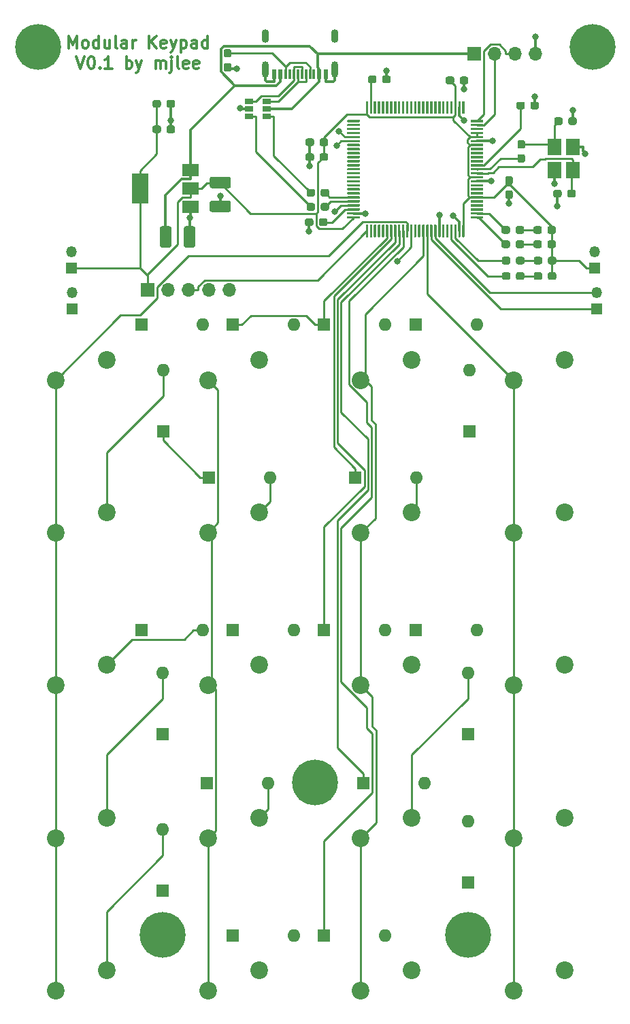
<source format=gbr>
%TF.GenerationSoftware,KiCad,Pcbnew,(5.1.6)-1*%
%TF.CreationDate,2021-03-02T19:52:56+09:00*%
%TF.ProjectId,Keypad4x4,4b657970-6164-4347-9834-2e6b69636164,rev?*%
%TF.SameCoordinates,Original*%
%TF.FileFunction,Copper,L1,Top*%
%TF.FilePolarity,Positive*%
%FSLAX46Y46*%
G04 Gerber Fmt 4.6, Leading zero omitted, Abs format (unit mm)*
G04 Created by KiCad (PCBNEW (5.1.6)-1) date 2021-03-02 19:52:56*
%MOMM*%
%LPD*%
G01*
G04 APERTURE LIST*
%TA.AperFunction,NonConductor*%
%ADD10C,0.300000*%
%TD*%
%TA.AperFunction,ComponentPad*%
%ADD11R,1.600000X1.600000*%
%TD*%
%TA.AperFunction,ComponentPad*%
%ADD12O,1.600000X1.600000*%
%TD*%
%TA.AperFunction,ComponentPad*%
%ADD13C,5.700000*%
%TD*%
%TA.AperFunction,ComponentPad*%
%ADD14O,0.900000X2.000000*%
%TD*%
%TA.AperFunction,ComponentPad*%
%ADD15O,0.900000X1.700000*%
%TD*%
%TA.AperFunction,SMDPad,CuDef*%
%ADD16R,0.300000X1.160000*%
%TD*%
%TA.AperFunction,SMDPad,CuDef*%
%ADD17R,0.600000X1.160000*%
%TD*%
%TA.AperFunction,ComponentPad*%
%ADD18R,1.700000X1.700000*%
%TD*%
%TA.AperFunction,ComponentPad*%
%ADD19O,1.700000X1.700000*%
%TD*%
%TA.AperFunction,ComponentPad*%
%ADD20C,2.200000*%
%TD*%
%TA.AperFunction,SMDPad,CuDef*%
%ADD21R,2.000000X3.800000*%
%TD*%
%TA.AperFunction,SMDPad,CuDef*%
%ADD22R,2.000000X1.500000*%
%TD*%
%TA.AperFunction,SMDPad,CuDef*%
%ADD23R,1.060000X0.650000*%
%TD*%
%TA.AperFunction,SMDPad,CuDef*%
%ADD24R,1.800000X2.100000*%
%TD*%
%TA.AperFunction,ComponentPad*%
%ADD25R,1.350000X1.350000*%
%TD*%
%TA.AperFunction,ComponentPad*%
%ADD26O,1.350000X1.350000*%
%TD*%
%TA.AperFunction,ViaPad*%
%ADD27C,0.800000*%
%TD*%
%TA.AperFunction,Conductor*%
%ADD28C,0.300000*%
%TD*%
%TA.AperFunction,Conductor*%
%ADD29C,0.250000*%
%TD*%
G04 APERTURE END LIST*
D10*
X16857142Y24846428D02*
X16857142Y26346428D01*
X17357142Y25275000D01*
X17857142Y26346428D01*
X17857142Y24846428D01*
X18785714Y24846428D02*
X18642857Y24917857D01*
X18571428Y24989285D01*
X18500000Y25132142D01*
X18500000Y25560714D01*
X18571428Y25703571D01*
X18642857Y25775000D01*
X18785714Y25846428D01*
X19000000Y25846428D01*
X19142857Y25775000D01*
X19214285Y25703571D01*
X19285714Y25560714D01*
X19285714Y25132142D01*
X19214285Y24989285D01*
X19142857Y24917857D01*
X19000000Y24846428D01*
X18785714Y24846428D01*
X20571428Y24846428D02*
X20571428Y26346428D01*
X20571428Y24917857D02*
X20428571Y24846428D01*
X20142857Y24846428D01*
X20000000Y24917857D01*
X19928571Y24989285D01*
X19857142Y25132142D01*
X19857142Y25560714D01*
X19928571Y25703571D01*
X20000000Y25775000D01*
X20142857Y25846428D01*
X20428571Y25846428D01*
X20571428Y25775000D01*
X21928571Y25846428D02*
X21928571Y24846428D01*
X21285714Y25846428D02*
X21285714Y25060714D01*
X21357142Y24917857D01*
X21500000Y24846428D01*
X21714285Y24846428D01*
X21857142Y24917857D01*
X21928571Y24989285D01*
X22857142Y24846428D02*
X22714285Y24917857D01*
X22642857Y25060714D01*
X22642857Y26346428D01*
X24071428Y24846428D02*
X24071428Y25632142D01*
X24000000Y25775000D01*
X23857142Y25846428D01*
X23571428Y25846428D01*
X23428571Y25775000D01*
X24071428Y24917857D02*
X23928571Y24846428D01*
X23571428Y24846428D01*
X23428571Y24917857D01*
X23357142Y25060714D01*
X23357142Y25203571D01*
X23428571Y25346428D01*
X23571428Y25417857D01*
X23928571Y25417857D01*
X24071428Y25489285D01*
X24785714Y24846428D02*
X24785714Y25846428D01*
X24785714Y25560714D02*
X24857142Y25703571D01*
X24928571Y25775000D01*
X25071428Y25846428D01*
X25214285Y25846428D01*
X26857142Y24846428D02*
X26857142Y26346428D01*
X27714285Y24846428D02*
X27071428Y25703571D01*
X27714285Y26346428D02*
X26857142Y25489285D01*
X28928571Y24917857D02*
X28785714Y24846428D01*
X28500000Y24846428D01*
X28357142Y24917857D01*
X28285714Y25060714D01*
X28285714Y25632142D01*
X28357142Y25775000D01*
X28500000Y25846428D01*
X28785714Y25846428D01*
X28928571Y25775000D01*
X29000000Y25632142D01*
X29000000Y25489285D01*
X28285714Y25346428D01*
X29500000Y25846428D02*
X29857142Y24846428D01*
X30214285Y25846428D02*
X29857142Y24846428D01*
X29714285Y24489285D01*
X29642857Y24417857D01*
X29500000Y24346428D01*
X30785714Y25846428D02*
X30785714Y24346428D01*
X30785714Y25775000D02*
X30928571Y25846428D01*
X31214285Y25846428D01*
X31357142Y25775000D01*
X31428571Y25703571D01*
X31500000Y25560714D01*
X31500000Y25132142D01*
X31428571Y24989285D01*
X31357142Y24917857D01*
X31214285Y24846428D01*
X30928571Y24846428D01*
X30785714Y24917857D01*
X32785714Y24846428D02*
X32785714Y25632142D01*
X32714285Y25775000D01*
X32571428Y25846428D01*
X32285714Y25846428D01*
X32142857Y25775000D01*
X32785714Y24917857D02*
X32642857Y24846428D01*
X32285714Y24846428D01*
X32142857Y24917857D01*
X32071428Y25060714D01*
X32071428Y25203571D01*
X32142857Y25346428D01*
X32285714Y25417857D01*
X32642857Y25417857D01*
X32785714Y25489285D01*
X34142857Y24846428D02*
X34142857Y26346428D01*
X34142857Y24917857D02*
X34000000Y24846428D01*
X33714285Y24846428D01*
X33571428Y24917857D01*
X33500000Y24989285D01*
X33428571Y25132142D01*
X33428571Y25560714D01*
X33500000Y25703571D01*
X33571428Y25775000D01*
X33714285Y25846428D01*
X34000000Y25846428D01*
X34142857Y25775000D01*
X17785714Y23796428D02*
X18285714Y22296428D01*
X18785714Y23796428D01*
X19571428Y23796428D02*
X19714285Y23796428D01*
X19857142Y23725000D01*
X19928571Y23653571D01*
X20000000Y23510714D01*
X20071428Y23225000D01*
X20071428Y22867857D01*
X20000000Y22582142D01*
X19928571Y22439285D01*
X19857142Y22367857D01*
X19714285Y22296428D01*
X19571428Y22296428D01*
X19428571Y22367857D01*
X19357142Y22439285D01*
X19285714Y22582142D01*
X19214285Y22867857D01*
X19214285Y23225000D01*
X19285714Y23510714D01*
X19357142Y23653571D01*
X19428571Y23725000D01*
X19571428Y23796428D01*
X20714285Y22439285D02*
X20785714Y22367857D01*
X20714285Y22296428D01*
X20642857Y22367857D01*
X20714285Y22439285D01*
X20714285Y22296428D01*
X22214285Y22296428D02*
X21357142Y22296428D01*
X21785714Y22296428D02*
X21785714Y23796428D01*
X21642857Y23582142D01*
X21500000Y23439285D01*
X21357142Y23367857D01*
X24000000Y22296428D02*
X24000000Y23796428D01*
X24000000Y23225000D02*
X24142857Y23296428D01*
X24428571Y23296428D01*
X24571428Y23225000D01*
X24642857Y23153571D01*
X24714285Y23010714D01*
X24714285Y22582142D01*
X24642857Y22439285D01*
X24571428Y22367857D01*
X24428571Y22296428D01*
X24142857Y22296428D01*
X24000000Y22367857D01*
X25214285Y23296428D02*
X25571428Y22296428D01*
X25928571Y23296428D02*
X25571428Y22296428D01*
X25428571Y21939285D01*
X25357142Y21867857D01*
X25214285Y21796428D01*
X27642857Y22296428D02*
X27642857Y23296428D01*
X27642857Y23153571D02*
X27714285Y23225000D01*
X27857142Y23296428D01*
X28071428Y23296428D01*
X28214285Y23225000D01*
X28285714Y23082142D01*
X28285714Y22296428D01*
X28285714Y23082142D02*
X28357142Y23225000D01*
X28500000Y23296428D01*
X28714285Y23296428D01*
X28857142Y23225000D01*
X28928571Y23082142D01*
X28928571Y22296428D01*
X29642857Y23296428D02*
X29642857Y22010714D01*
X29571428Y21867857D01*
X29428571Y21796428D01*
X29357142Y21796428D01*
X29642857Y23796428D02*
X29571428Y23725000D01*
X29642857Y23653571D01*
X29714285Y23725000D01*
X29642857Y23796428D01*
X29642857Y23653571D01*
X30571428Y22296428D02*
X30428571Y22367857D01*
X30357142Y22510714D01*
X30357142Y23796428D01*
X31714285Y22367857D02*
X31571428Y22296428D01*
X31285714Y22296428D01*
X31142857Y22367857D01*
X31071428Y22510714D01*
X31071428Y23082142D01*
X31142857Y23225000D01*
X31285714Y23296428D01*
X31571428Y23296428D01*
X31714285Y23225000D01*
X31785714Y23082142D01*
X31785714Y22939285D01*
X31071428Y22796428D01*
X33000000Y22367857D02*
X32857142Y22296428D01*
X32571428Y22296428D01*
X32428571Y22367857D01*
X32357142Y22510714D01*
X32357142Y23082142D01*
X32428571Y23225000D01*
X32571428Y23296428D01*
X32857142Y23296428D01*
X33000000Y23225000D01*
X33071428Y23082142D01*
X33071428Y22939285D01*
X32357142Y22796428D01*
%TO.P,U2,1*%
%TO.N,/LED2*%
%TA.AperFunction,SMDPad,CuDef*%
G36*
G01*
X68431000Y3848000D02*
X68431000Y3698000D01*
G75*
G02*
X68356000Y3623000I-75000J0D01*
G01*
X66906000Y3623000D01*
G75*
G02*
X66831000Y3698000I0J75000D01*
G01*
X66831000Y3848000D01*
G75*
G02*
X66906000Y3923000I75000J0D01*
G01*
X68356000Y3923000D01*
G75*
G02*
X68431000Y3848000I0J-75000D01*
G01*
G37*
%TD.AperFunction*%
%TO.P,U2,2*%
%TO.N,/LED3*%
%TA.AperFunction,SMDPad,CuDef*%
G36*
G01*
X68431000Y4348000D02*
X68431000Y4198000D01*
G75*
G02*
X68356000Y4123000I-75000J0D01*
G01*
X66906000Y4123000D01*
G75*
G02*
X66831000Y4198000I0J75000D01*
G01*
X66831000Y4348000D01*
G75*
G02*
X66906000Y4423000I75000J0D01*
G01*
X68356000Y4423000D01*
G75*
G02*
X68431000Y4348000I0J-75000D01*
G01*
G37*
%TD.AperFunction*%
%TO.P,U2,3*%
%TO.N,N/C*%
%TA.AperFunction,SMDPad,CuDef*%
G36*
G01*
X68431000Y4848000D02*
X68431000Y4698000D01*
G75*
G02*
X68356000Y4623000I-75000J0D01*
G01*
X66906000Y4623000D01*
G75*
G02*
X66831000Y4698000I0J75000D01*
G01*
X66831000Y4848000D01*
G75*
G02*
X66906000Y4923000I75000J0D01*
G01*
X68356000Y4923000D01*
G75*
G02*
X68431000Y4848000I0J-75000D01*
G01*
G37*
%TD.AperFunction*%
%TO.P,U2,4*%
%TA.AperFunction,SMDPad,CuDef*%
G36*
G01*
X68431000Y5348000D02*
X68431000Y5198000D01*
G75*
G02*
X68356000Y5123000I-75000J0D01*
G01*
X66906000Y5123000D01*
G75*
G02*
X66831000Y5198000I0J75000D01*
G01*
X66831000Y5348000D01*
G75*
G02*
X66906000Y5423000I75000J0D01*
G01*
X68356000Y5423000D01*
G75*
G02*
X68431000Y5348000I0J-75000D01*
G01*
G37*
%TD.AperFunction*%
%TO.P,U2,5*%
%TA.AperFunction,SMDPad,CuDef*%
G36*
G01*
X68431000Y5848000D02*
X68431000Y5698000D01*
G75*
G02*
X68356000Y5623000I-75000J0D01*
G01*
X66906000Y5623000D01*
G75*
G02*
X66831000Y5698000I0J75000D01*
G01*
X66831000Y5848000D01*
G75*
G02*
X66906000Y5923000I75000J0D01*
G01*
X68356000Y5923000D01*
G75*
G02*
X68431000Y5848000I0J-75000D01*
G01*
G37*
%TD.AperFunction*%
%TO.P,U2,6*%
%TO.N,+3V3*%
%TA.AperFunction,SMDPad,CuDef*%
G36*
G01*
X68431000Y6348000D02*
X68431000Y6198000D01*
G75*
G02*
X68356000Y6123000I-75000J0D01*
G01*
X66906000Y6123000D01*
G75*
G02*
X66831000Y6198000I0J75000D01*
G01*
X66831000Y6348000D01*
G75*
G02*
X66906000Y6423000I75000J0D01*
G01*
X68356000Y6423000D01*
G75*
G02*
X68431000Y6348000I0J-75000D01*
G01*
G37*
%TD.AperFunction*%
%TO.P,U2,7*%
%TO.N,N/C*%
%TA.AperFunction,SMDPad,CuDef*%
G36*
G01*
X68431000Y6848000D02*
X68431000Y6698000D01*
G75*
G02*
X68356000Y6623000I-75000J0D01*
G01*
X66906000Y6623000D01*
G75*
G02*
X66831000Y6698000I0J75000D01*
G01*
X66831000Y6848000D01*
G75*
G02*
X66906000Y6923000I75000J0D01*
G01*
X68356000Y6923000D01*
G75*
G02*
X68431000Y6848000I0J-75000D01*
G01*
G37*
%TD.AperFunction*%
%TO.P,U2,8*%
%TA.AperFunction,SMDPad,CuDef*%
G36*
G01*
X68431000Y7348000D02*
X68431000Y7198000D01*
G75*
G02*
X68356000Y7123000I-75000J0D01*
G01*
X66906000Y7123000D01*
G75*
G02*
X66831000Y7198000I0J75000D01*
G01*
X66831000Y7348000D01*
G75*
G02*
X66906000Y7423000I75000J0D01*
G01*
X68356000Y7423000D01*
G75*
G02*
X68431000Y7348000I0J-75000D01*
G01*
G37*
%TD.AperFunction*%
%TO.P,U2,9*%
%TA.AperFunction,SMDPad,CuDef*%
G36*
G01*
X68431000Y7848000D02*
X68431000Y7698000D01*
G75*
G02*
X68356000Y7623000I-75000J0D01*
G01*
X66906000Y7623000D01*
G75*
G02*
X66831000Y7698000I0J75000D01*
G01*
X66831000Y7848000D01*
G75*
G02*
X66906000Y7923000I75000J0D01*
G01*
X68356000Y7923000D01*
G75*
G02*
X68431000Y7848000I0J-75000D01*
G01*
G37*
%TD.AperFunction*%
%TO.P,U2,10*%
%TO.N,GND*%
%TA.AperFunction,SMDPad,CuDef*%
G36*
G01*
X68431000Y8348000D02*
X68431000Y8198000D01*
G75*
G02*
X68356000Y8123000I-75000J0D01*
G01*
X66906000Y8123000D01*
G75*
G02*
X66831000Y8198000I0J75000D01*
G01*
X66831000Y8348000D01*
G75*
G02*
X66906000Y8423000I75000J0D01*
G01*
X68356000Y8423000D01*
G75*
G02*
X68431000Y8348000I0J-75000D01*
G01*
G37*
%TD.AperFunction*%
%TO.P,U2,11*%
%TO.N,+3V3*%
%TA.AperFunction,SMDPad,CuDef*%
G36*
G01*
X68431000Y8848000D02*
X68431000Y8698000D01*
G75*
G02*
X68356000Y8623000I-75000J0D01*
G01*
X66906000Y8623000D01*
G75*
G02*
X66831000Y8698000I0J75000D01*
G01*
X66831000Y8848000D01*
G75*
G02*
X66906000Y8923000I75000J0D01*
G01*
X68356000Y8923000D01*
G75*
G02*
X68431000Y8848000I0J-75000D01*
G01*
G37*
%TD.AperFunction*%
%TO.P,U2,12*%
%TO.N,/OSC+*%
%TA.AperFunction,SMDPad,CuDef*%
G36*
G01*
X68431000Y9348000D02*
X68431000Y9198000D01*
G75*
G02*
X68356000Y9123000I-75000J0D01*
G01*
X66906000Y9123000D01*
G75*
G02*
X66831000Y9198000I0J75000D01*
G01*
X66831000Y9348000D01*
G75*
G02*
X66906000Y9423000I75000J0D01*
G01*
X68356000Y9423000D01*
G75*
G02*
X68431000Y9348000I0J-75000D01*
G01*
G37*
%TD.AperFunction*%
%TO.P,U2,13*%
%TO.N,/OSC-*%
%TA.AperFunction,SMDPad,CuDef*%
G36*
G01*
X68431000Y9848000D02*
X68431000Y9698000D01*
G75*
G02*
X68356000Y9623000I-75000J0D01*
G01*
X66906000Y9623000D01*
G75*
G02*
X66831000Y9698000I0J75000D01*
G01*
X66831000Y9848000D01*
G75*
G02*
X66906000Y9923000I75000J0D01*
G01*
X68356000Y9923000D01*
G75*
G02*
X68431000Y9848000I0J-75000D01*
G01*
G37*
%TD.AperFunction*%
%TO.P,U2,14*%
%TO.N,/NRST*%
%TA.AperFunction,SMDPad,CuDef*%
G36*
G01*
X68431000Y10348000D02*
X68431000Y10198000D01*
G75*
G02*
X68356000Y10123000I-75000J0D01*
G01*
X66906000Y10123000D01*
G75*
G02*
X66831000Y10198000I0J75000D01*
G01*
X66831000Y10348000D01*
G75*
G02*
X66906000Y10423000I75000J0D01*
G01*
X68356000Y10423000D01*
G75*
G02*
X68431000Y10348000I0J-75000D01*
G01*
G37*
%TD.AperFunction*%
%TO.P,U2,15*%
%TO.N,N/C*%
%TA.AperFunction,SMDPad,CuDef*%
G36*
G01*
X68431000Y10848000D02*
X68431000Y10698000D01*
G75*
G02*
X68356000Y10623000I-75000J0D01*
G01*
X66906000Y10623000D01*
G75*
G02*
X66831000Y10698000I0J75000D01*
G01*
X66831000Y10848000D01*
G75*
G02*
X66906000Y10923000I75000J0D01*
G01*
X68356000Y10923000D01*
G75*
G02*
X68431000Y10848000I0J-75000D01*
G01*
G37*
%TD.AperFunction*%
%TO.P,U2,16*%
%TA.AperFunction,SMDPad,CuDef*%
G36*
G01*
X68431000Y11348000D02*
X68431000Y11198000D01*
G75*
G02*
X68356000Y11123000I-75000J0D01*
G01*
X66906000Y11123000D01*
G75*
G02*
X66831000Y11198000I0J75000D01*
G01*
X66831000Y11348000D01*
G75*
G02*
X66906000Y11423000I75000J0D01*
G01*
X68356000Y11423000D01*
G75*
G02*
X68431000Y11348000I0J-75000D01*
G01*
G37*
%TD.AperFunction*%
%TO.P,U2,17*%
%TA.AperFunction,SMDPad,CuDef*%
G36*
G01*
X68431000Y11848000D02*
X68431000Y11698000D01*
G75*
G02*
X68356000Y11623000I-75000J0D01*
G01*
X66906000Y11623000D01*
G75*
G02*
X66831000Y11698000I0J75000D01*
G01*
X66831000Y11848000D01*
G75*
G02*
X66906000Y11923000I75000J0D01*
G01*
X68356000Y11923000D01*
G75*
G02*
X68431000Y11848000I0J-75000D01*
G01*
G37*
%TD.AperFunction*%
%TO.P,U2,18*%
%TA.AperFunction,SMDPad,CuDef*%
G36*
G01*
X68431000Y12348000D02*
X68431000Y12198000D01*
G75*
G02*
X68356000Y12123000I-75000J0D01*
G01*
X66906000Y12123000D01*
G75*
G02*
X66831000Y12198000I0J75000D01*
G01*
X66831000Y12348000D01*
G75*
G02*
X66906000Y12423000I75000J0D01*
G01*
X68356000Y12423000D01*
G75*
G02*
X68431000Y12348000I0J-75000D01*
G01*
G37*
%TD.AperFunction*%
%TO.P,U2,19*%
%TO.N,+3V3*%
%TA.AperFunction,SMDPad,CuDef*%
G36*
G01*
X68431000Y12848000D02*
X68431000Y12698000D01*
G75*
G02*
X68356000Y12623000I-75000J0D01*
G01*
X66906000Y12623000D01*
G75*
G02*
X66831000Y12698000I0J75000D01*
G01*
X66831000Y12848000D01*
G75*
G02*
X66906000Y12923000I75000J0D01*
G01*
X68356000Y12923000D01*
G75*
G02*
X68431000Y12848000I0J-75000D01*
G01*
G37*
%TD.AperFunction*%
%TO.P,U2,20*%
%TO.N,GND*%
%TA.AperFunction,SMDPad,CuDef*%
G36*
G01*
X68431000Y13348000D02*
X68431000Y13198000D01*
G75*
G02*
X68356000Y13123000I-75000J0D01*
G01*
X66906000Y13123000D01*
G75*
G02*
X66831000Y13198000I0J75000D01*
G01*
X66831000Y13348000D01*
G75*
G02*
X66906000Y13423000I75000J0D01*
G01*
X68356000Y13423000D01*
G75*
G02*
X68431000Y13348000I0J-75000D01*
G01*
G37*
%TD.AperFunction*%
%TO.P,U2,21*%
%TO.N,+3V3*%
%TA.AperFunction,SMDPad,CuDef*%
G36*
G01*
X68431000Y13848000D02*
X68431000Y13698000D01*
G75*
G02*
X68356000Y13623000I-75000J0D01*
G01*
X66906000Y13623000D01*
G75*
G02*
X66831000Y13698000I0J75000D01*
G01*
X66831000Y13848000D01*
G75*
G02*
X66906000Y13923000I75000J0D01*
G01*
X68356000Y13923000D01*
G75*
G02*
X68431000Y13848000I0J-75000D01*
G01*
G37*
%TD.AperFunction*%
%TO.P,U2,22*%
%TA.AperFunction,SMDPad,CuDef*%
G36*
G01*
X68431000Y14348000D02*
X68431000Y14198000D01*
G75*
G02*
X68356000Y14123000I-75000J0D01*
G01*
X66906000Y14123000D01*
G75*
G02*
X66831000Y14198000I0J75000D01*
G01*
X66831000Y14348000D01*
G75*
G02*
X66906000Y14423000I75000J0D01*
G01*
X68356000Y14423000D01*
G75*
G02*
X68431000Y14348000I0J-75000D01*
G01*
G37*
%TD.AperFunction*%
%TO.P,U2,23*%
%TO.N,N/C*%
%TA.AperFunction,SMDPad,CuDef*%
G36*
G01*
X68431000Y14848000D02*
X68431000Y14698000D01*
G75*
G02*
X68356000Y14623000I-75000J0D01*
G01*
X66906000Y14623000D01*
G75*
G02*
X66831000Y14698000I0J75000D01*
G01*
X66831000Y14848000D01*
G75*
G02*
X66906000Y14923000I75000J0D01*
G01*
X68356000Y14923000D01*
G75*
G02*
X68431000Y14848000I0J-75000D01*
G01*
G37*
%TD.AperFunction*%
%TO.P,U2,24*%
%TO.N,/DEBUG_TX*%
%TA.AperFunction,SMDPad,CuDef*%
G36*
G01*
X68431000Y15348000D02*
X68431000Y15198000D01*
G75*
G02*
X68356000Y15123000I-75000J0D01*
G01*
X66906000Y15123000D01*
G75*
G02*
X66831000Y15198000I0J75000D01*
G01*
X66831000Y15348000D01*
G75*
G02*
X66906000Y15423000I75000J0D01*
G01*
X68356000Y15423000D01*
G75*
G02*
X68431000Y15348000I0J-75000D01*
G01*
G37*
%TD.AperFunction*%
%TO.P,U2,25*%
%TO.N,/DEBUG_RX*%
%TA.AperFunction,SMDPad,CuDef*%
G36*
G01*
X68431000Y15848000D02*
X68431000Y15698000D01*
G75*
G02*
X68356000Y15623000I-75000J0D01*
G01*
X66906000Y15623000D01*
G75*
G02*
X66831000Y15698000I0J75000D01*
G01*
X66831000Y15848000D01*
G75*
G02*
X66906000Y15923000I75000J0D01*
G01*
X68356000Y15923000D01*
G75*
G02*
X68431000Y15848000I0J-75000D01*
G01*
G37*
%TD.AperFunction*%
%TO.P,U2,26*%
%TO.N,N/C*%
%TA.AperFunction,SMDPad,CuDef*%
G36*
G01*
X66106000Y18173000D02*
X66106000Y16723000D01*
G75*
G02*
X66031000Y16648000I-75000J0D01*
G01*
X65881000Y16648000D01*
G75*
G02*
X65806000Y16723000I0J75000D01*
G01*
X65806000Y18173000D01*
G75*
G02*
X65881000Y18248000I75000J0D01*
G01*
X66031000Y18248000D01*
G75*
G02*
X66106000Y18173000I0J-75000D01*
G01*
G37*
%TD.AperFunction*%
%TO.P,U2,27*%
%TO.N,GND*%
%TA.AperFunction,SMDPad,CuDef*%
G36*
G01*
X65606000Y18173000D02*
X65606000Y16723000D01*
G75*
G02*
X65531000Y16648000I-75000J0D01*
G01*
X65381000Y16648000D01*
G75*
G02*
X65306000Y16723000I0J75000D01*
G01*
X65306000Y18173000D01*
G75*
G02*
X65381000Y18248000I75000J0D01*
G01*
X65531000Y18248000D01*
G75*
G02*
X65606000Y18173000I0J-75000D01*
G01*
G37*
%TD.AperFunction*%
%TO.P,U2,28*%
%TO.N,+3V3*%
%TA.AperFunction,SMDPad,CuDef*%
G36*
G01*
X65106000Y18173000D02*
X65106000Y16723000D01*
G75*
G02*
X65031000Y16648000I-75000J0D01*
G01*
X64881000Y16648000D01*
G75*
G02*
X64806000Y16723000I0J75000D01*
G01*
X64806000Y18173000D01*
G75*
G02*
X64881000Y18248000I75000J0D01*
G01*
X65031000Y18248000D01*
G75*
G02*
X65106000Y18173000I0J-75000D01*
G01*
G37*
%TD.AperFunction*%
%TO.P,U2,29*%
%TO.N,N/C*%
%TA.AperFunction,SMDPad,CuDef*%
G36*
G01*
X64606000Y18173000D02*
X64606000Y16723000D01*
G75*
G02*
X64531000Y16648000I-75000J0D01*
G01*
X64381000Y16648000D01*
G75*
G02*
X64306000Y16723000I0J75000D01*
G01*
X64306000Y18173000D01*
G75*
G02*
X64381000Y18248000I75000J0D01*
G01*
X64531000Y18248000D01*
G75*
G02*
X64606000Y18173000I0J-75000D01*
G01*
G37*
%TD.AperFunction*%
%TO.P,U2,30*%
%TA.AperFunction,SMDPad,CuDef*%
G36*
G01*
X64106000Y18173000D02*
X64106000Y16723000D01*
G75*
G02*
X64031000Y16648000I-75000J0D01*
G01*
X63881000Y16648000D01*
G75*
G02*
X63806000Y16723000I0J75000D01*
G01*
X63806000Y18173000D01*
G75*
G02*
X63881000Y18248000I75000J0D01*
G01*
X64031000Y18248000D01*
G75*
G02*
X64106000Y18173000I0J-75000D01*
G01*
G37*
%TD.AperFunction*%
%TO.P,U2,31*%
%TA.AperFunction,SMDPad,CuDef*%
G36*
G01*
X63606000Y18173000D02*
X63606000Y16723000D01*
G75*
G02*
X63531000Y16648000I-75000J0D01*
G01*
X63381000Y16648000D01*
G75*
G02*
X63306000Y16723000I0J75000D01*
G01*
X63306000Y18173000D01*
G75*
G02*
X63381000Y18248000I75000J0D01*
G01*
X63531000Y18248000D01*
G75*
G02*
X63606000Y18173000I0J-75000D01*
G01*
G37*
%TD.AperFunction*%
%TO.P,U2,32*%
%TA.AperFunction,SMDPad,CuDef*%
G36*
G01*
X63106000Y18173000D02*
X63106000Y16723000D01*
G75*
G02*
X63031000Y16648000I-75000J0D01*
G01*
X62881000Y16648000D01*
G75*
G02*
X62806000Y16723000I0J75000D01*
G01*
X62806000Y18173000D01*
G75*
G02*
X62881000Y18248000I75000J0D01*
G01*
X63031000Y18248000D01*
G75*
G02*
X63106000Y18173000I0J-75000D01*
G01*
G37*
%TD.AperFunction*%
%TO.P,U2,33*%
%TA.AperFunction,SMDPad,CuDef*%
G36*
G01*
X62606000Y18173000D02*
X62606000Y16723000D01*
G75*
G02*
X62531000Y16648000I-75000J0D01*
G01*
X62381000Y16648000D01*
G75*
G02*
X62306000Y16723000I0J75000D01*
G01*
X62306000Y18173000D01*
G75*
G02*
X62381000Y18248000I75000J0D01*
G01*
X62531000Y18248000D01*
G75*
G02*
X62606000Y18173000I0J-75000D01*
G01*
G37*
%TD.AperFunction*%
%TO.P,U2,34*%
%TA.AperFunction,SMDPad,CuDef*%
G36*
G01*
X62106000Y18173000D02*
X62106000Y16723000D01*
G75*
G02*
X62031000Y16648000I-75000J0D01*
G01*
X61881000Y16648000D01*
G75*
G02*
X61806000Y16723000I0J75000D01*
G01*
X61806000Y18173000D01*
G75*
G02*
X61881000Y18248000I75000J0D01*
G01*
X62031000Y18248000D01*
G75*
G02*
X62106000Y18173000I0J-75000D01*
G01*
G37*
%TD.AperFunction*%
%TO.P,U2,35*%
%TA.AperFunction,SMDPad,CuDef*%
G36*
G01*
X61606000Y18173000D02*
X61606000Y16723000D01*
G75*
G02*
X61531000Y16648000I-75000J0D01*
G01*
X61381000Y16648000D01*
G75*
G02*
X61306000Y16723000I0J75000D01*
G01*
X61306000Y18173000D01*
G75*
G02*
X61381000Y18248000I75000J0D01*
G01*
X61531000Y18248000D01*
G75*
G02*
X61606000Y18173000I0J-75000D01*
G01*
G37*
%TD.AperFunction*%
%TO.P,U2,36*%
%TA.AperFunction,SMDPad,CuDef*%
G36*
G01*
X61106000Y18173000D02*
X61106000Y16723000D01*
G75*
G02*
X61031000Y16648000I-75000J0D01*
G01*
X60881000Y16648000D01*
G75*
G02*
X60806000Y16723000I0J75000D01*
G01*
X60806000Y18173000D01*
G75*
G02*
X60881000Y18248000I75000J0D01*
G01*
X61031000Y18248000D01*
G75*
G02*
X61106000Y18173000I0J-75000D01*
G01*
G37*
%TD.AperFunction*%
%TO.P,U2,37*%
%TA.AperFunction,SMDPad,CuDef*%
G36*
G01*
X60606000Y18173000D02*
X60606000Y16723000D01*
G75*
G02*
X60531000Y16648000I-75000J0D01*
G01*
X60381000Y16648000D01*
G75*
G02*
X60306000Y16723000I0J75000D01*
G01*
X60306000Y18173000D01*
G75*
G02*
X60381000Y18248000I75000J0D01*
G01*
X60531000Y18248000D01*
G75*
G02*
X60606000Y18173000I0J-75000D01*
G01*
G37*
%TD.AperFunction*%
%TO.P,U2,38*%
%TA.AperFunction,SMDPad,CuDef*%
G36*
G01*
X60106000Y18173000D02*
X60106000Y16723000D01*
G75*
G02*
X60031000Y16648000I-75000J0D01*
G01*
X59881000Y16648000D01*
G75*
G02*
X59806000Y16723000I0J75000D01*
G01*
X59806000Y18173000D01*
G75*
G02*
X59881000Y18248000I75000J0D01*
G01*
X60031000Y18248000D01*
G75*
G02*
X60106000Y18173000I0J-75000D01*
G01*
G37*
%TD.AperFunction*%
%TO.P,U2,39*%
%TA.AperFunction,SMDPad,CuDef*%
G36*
G01*
X59606000Y18173000D02*
X59606000Y16723000D01*
G75*
G02*
X59531000Y16648000I-75000J0D01*
G01*
X59381000Y16648000D01*
G75*
G02*
X59306000Y16723000I0J75000D01*
G01*
X59306000Y18173000D01*
G75*
G02*
X59381000Y18248000I75000J0D01*
G01*
X59531000Y18248000D01*
G75*
G02*
X59606000Y18173000I0J-75000D01*
G01*
G37*
%TD.AperFunction*%
%TO.P,U2,40*%
%TA.AperFunction,SMDPad,CuDef*%
G36*
G01*
X59106000Y18173000D02*
X59106000Y16723000D01*
G75*
G02*
X59031000Y16648000I-75000J0D01*
G01*
X58881000Y16648000D01*
G75*
G02*
X58806000Y16723000I0J75000D01*
G01*
X58806000Y18173000D01*
G75*
G02*
X58881000Y18248000I75000J0D01*
G01*
X59031000Y18248000D01*
G75*
G02*
X59106000Y18173000I0J-75000D01*
G01*
G37*
%TD.AperFunction*%
%TO.P,U2,41*%
%TA.AperFunction,SMDPad,CuDef*%
G36*
G01*
X58606000Y18173000D02*
X58606000Y16723000D01*
G75*
G02*
X58531000Y16648000I-75000J0D01*
G01*
X58381000Y16648000D01*
G75*
G02*
X58306000Y16723000I0J75000D01*
G01*
X58306000Y18173000D01*
G75*
G02*
X58381000Y18248000I75000J0D01*
G01*
X58531000Y18248000D01*
G75*
G02*
X58606000Y18173000I0J-75000D01*
G01*
G37*
%TD.AperFunction*%
%TO.P,U2,42*%
%TA.AperFunction,SMDPad,CuDef*%
G36*
G01*
X58106000Y18173000D02*
X58106000Y16723000D01*
G75*
G02*
X58031000Y16648000I-75000J0D01*
G01*
X57881000Y16648000D01*
G75*
G02*
X57806000Y16723000I0J75000D01*
G01*
X57806000Y18173000D01*
G75*
G02*
X57881000Y18248000I75000J0D01*
G01*
X58031000Y18248000D01*
G75*
G02*
X58106000Y18173000I0J-75000D01*
G01*
G37*
%TD.AperFunction*%
%TO.P,U2,43*%
%TA.AperFunction,SMDPad,CuDef*%
G36*
G01*
X57606000Y18173000D02*
X57606000Y16723000D01*
G75*
G02*
X57531000Y16648000I-75000J0D01*
G01*
X57381000Y16648000D01*
G75*
G02*
X57306000Y16723000I0J75000D01*
G01*
X57306000Y18173000D01*
G75*
G02*
X57381000Y18248000I75000J0D01*
G01*
X57531000Y18248000D01*
G75*
G02*
X57606000Y18173000I0J-75000D01*
G01*
G37*
%TD.AperFunction*%
%TO.P,U2,44*%
%TA.AperFunction,SMDPad,CuDef*%
G36*
G01*
X57106000Y18173000D02*
X57106000Y16723000D01*
G75*
G02*
X57031000Y16648000I-75000J0D01*
G01*
X56881000Y16648000D01*
G75*
G02*
X56806000Y16723000I0J75000D01*
G01*
X56806000Y18173000D01*
G75*
G02*
X56881000Y18248000I75000J0D01*
G01*
X57031000Y18248000D01*
G75*
G02*
X57106000Y18173000I0J-75000D01*
G01*
G37*
%TD.AperFunction*%
%TO.P,U2,45*%
%TA.AperFunction,SMDPad,CuDef*%
G36*
G01*
X56606000Y18173000D02*
X56606000Y16723000D01*
G75*
G02*
X56531000Y16648000I-75000J0D01*
G01*
X56381000Y16648000D01*
G75*
G02*
X56306000Y16723000I0J75000D01*
G01*
X56306000Y18173000D01*
G75*
G02*
X56381000Y18248000I75000J0D01*
G01*
X56531000Y18248000D01*
G75*
G02*
X56606000Y18173000I0J-75000D01*
G01*
G37*
%TD.AperFunction*%
%TO.P,U2,46*%
%TA.AperFunction,SMDPad,CuDef*%
G36*
G01*
X56106000Y18173000D02*
X56106000Y16723000D01*
G75*
G02*
X56031000Y16648000I-75000J0D01*
G01*
X55881000Y16648000D01*
G75*
G02*
X55806000Y16723000I0J75000D01*
G01*
X55806000Y18173000D01*
G75*
G02*
X55881000Y18248000I75000J0D01*
G01*
X56031000Y18248000D01*
G75*
G02*
X56106000Y18173000I0J-75000D01*
G01*
G37*
%TD.AperFunction*%
%TO.P,U2,47*%
%TA.AperFunction,SMDPad,CuDef*%
G36*
G01*
X55606000Y18173000D02*
X55606000Y16723000D01*
G75*
G02*
X55531000Y16648000I-75000J0D01*
G01*
X55381000Y16648000D01*
G75*
G02*
X55306000Y16723000I0J75000D01*
G01*
X55306000Y18173000D01*
G75*
G02*
X55381000Y18248000I75000J0D01*
G01*
X55531000Y18248000D01*
G75*
G02*
X55606000Y18173000I0J-75000D01*
G01*
G37*
%TD.AperFunction*%
%TO.P,U2,48*%
%TA.AperFunction,SMDPad,CuDef*%
G36*
G01*
X55106000Y18173000D02*
X55106000Y16723000D01*
G75*
G02*
X55031000Y16648000I-75000J0D01*
G01*
X54881000Y16648000D01*
G75*
G02*
X54806000Y16723000I0J75000D01*
G01*
X54806000Y18173000D01*
G75*
G02*
X54881000Y18248000I75000J0D01*
G01*
X55031000Y18248000D01*
G75*
G02*
X55106000Y18173000I0J-75000D01*
G01*
G37*
%TD.AperFunction*%
%TO.P,U2,49*%
%TO.N,/VCAP_1*%
%TA.AperFunction,SMDPad,CuDef*%
G36*
G01*
X54606000Y18173000D02*
X54606000Y16723000D01*
G75*
G02*
X54531000Y16648000I-75000J0D01*
G01*
X54381000Y16648000D01*
G75*
G02*
X54306000Y16723000I0J75000D01*
G01*
X54306000Y18173000D01*
G75*
G02*
X54381000Y18248000I75000J0D01*
G01*
X54531000Y18248000D01*
G75*
G02*
X54606000Y18173000I0J-75000D01*
G01*
G37*
%TD.AperFunction*%
%TO.P,U2,50*%
%TO.N,+3V3*%
%TA.AperFunction,SMDPad,CuDef*%
G36*
G01*
X54106000Y18173000D02*
X54106000Y16723000D01*
G75*
G02*
X54031000Y16648000I-75000J0D01*
G01*
X53881000Y16648000D01*
G75*
G02*
X53806000Y16723000I0J75000D01*
G01*
X53806000Y18173000D01*
G75*
G02*
X53881000Y18248000I75000J0D01*
G01*
X54031000Y18248000D01*
G75*
G02*
X54106000Y18173000I0J-75000D01*
G01*
G37*
%TD.AperFunction*%
%TO.P,U2,51*%
%TO.N,N/C*%
%TA.AperFunction,SMDPad,CuDef*%
G36*
G01*
X53081000Y15848000D02*
X53081000Y15698000D01*
G75*
G02*
X53006000Y15623000I-75000J0D01*
G01*
X51556000Y15623000D01*
G75*
G02*
X51481000Y15698000I0J75000D01*
G01*
X51481000Y15848000D01*
G75*
G02*
X51556000Y15923000I75000J0D01*
G01*
X53006000Y15923000D01*
G75*
G02*
X53081000Y15848000I0J-75000D01*
G01*
G37*
%TD.AperFunction*%
%TO.P,U2,52*%
%TA.AperFunction,SMDPad,CuDef*%
G36*
G01*
X53081000Y15348000D02*
X53081000Y15198000D01*
G75*
G02*
X53006000Y15123000I-75000J0D01*
G01*
X51556000Y15123000D01*
G75*
G02*
X51481000Y15198000I0J75000D01*
G01*
X51481000Y15348000D01*
G75*
G02*
X51556000Y15423000I75000J0D01*
G01*
X53006000Y15423000D01*
G75*
G02*
X53081000Y15348000I0J-75000D01*
G01*
G37*
%TD.AperFunction*%
%TO.P,U2,53*%
%TA.AperFunction,SMDPad,CuDef*%
G36*
G01*
X53081000Y14848000D02*
X53081000Y14698000D01*
G75*
G02*
X53006000Y14623000I-75000J0D01*
G01*
X51556000Y14623000D01*
G75*
G02*
X51481000Y14698000I0J75000D01*
G01*
X51481000Y14848000D01*
G75*
G02*
X51556000Y14923000I75000J0D01*
G01*
X53006000Y14923000D01*
G75*
G02*
X53081000Y14848000I0J-75000D01*
G01*
G37*
%TD.AperFunction*%
%TO.P,U2,54*%
%TA.AperFunction,SMDPad,CuDef*%
G36*
G01*
X53081000Y14348000D02*
X53081000Y14198000D01*
G75*
G02*
X53006000Y14123000I-75000J0D01*
G01*
X51556000Y14123000D01*
G75*
G02*
X51481000Y14198000I0J75000D01*
G01*
X51481000Y14348000D01*
G75*
G02*
X51556000Y14423000I75000J0D01*
G01*
X53006000Y14423000D01*
G75*
G02*
X53081000Y14348000I0J-75000D01*
G01*
G37*
%TD.AperFunction*%
%TO.P,U2,55*%
%TO.N,/L_TX*%
%TA.AperFunction,SMDPad,CuDef*%
G36*
G01*
X53081000Y13848000D02*
X53081000Y13698000D01*
G75*
G02*
X53006000Y13623000I-75000J0D01*
G01*
X51556000Y13623000D01*
G75*
G02*
X51481000Y13698000I0J75000D01*
G01*
X51481000Y13848000D01*
G75*
G02*
X51556000Y13923000I75000J0D01*
G01*
X53006000Y13923000D01*
G75*
G02*
X53081000Y13848000I0J-75000D01*
G01*
G37*
%TD.AperFunction*%
%TO.P,U2,56*%
%TO.N,/L_RX*%
%TA.AperFunction,SMDPad,CuDef*%
G36*
G01*
X53081000Y13348000D02*
X53081000Y13198000D01*
G75*
G02*
X53006000Y13123000I-75000J0D01*
G01*
X51556000Y13123000D01*
G75*
G02*
X51481000Y13198000I0J75000D01*
G01*
X51481000Y13348000D01*
G75*
G02*
X51556000Y13423000I75000J0D01*
G01*
X53006000Y13423000D01*
G75*
G02*
X53081000Y13348000I0J-75000D01*
G01*
G37*
%TD.AperFunction*%
%TO.P,U2,57*%
%TO.N,N/C*%
%TA.AperFunction,SMDPad,CuDef*%
G36*
G01*
X53081000Y12848000D02*
X53081000Y12698000D01*
G75*
G02*
X53006000Y12623000I-75000J0D01*
G01*
X51556000Y12623000D01*
G75*
G02*
X51481000Y12698000I0J75000D01*
G01*
X51481000Y12848000D01*
G75*
G02*
X51556000Y12923000I75000J0D01*
G01*
X53006000Y12923000D01*
G75*
G02*
X53081000Y12848000I0J-75000D01*
G01*
G37*
%TD.AperFunction*%
%TO.P,U2,58*%
%TA.AperFunction,SMDPad,CuDef*%
G36*
G01*
X53081000Y12348000D02*
X53081000Y12198000D01*
G75*
G02*
X53006000Y12123000I-75000J0D01*
G01*
X51556000Y12123000D01*
G75*
G02*
X51481000Y12198000I0J75000D01*
G01*
X51481000Y12348000D01*
G75*
G02*
X51556000Y12423000I75000J0D01*
G01*
X53006000Y12423000D01*
G75*
G02*
X53081000Y12348000I0J-75000D01*
G01*
G37*
%TD.AperFunction*%
%TO.P,U2,59*%
%TA.AperFunction,SMDPad,CuDef*%
G36*
G01*
X53081000Y11848000D02*
X53081000Y11698000D01*
G75*
G02*
X53006000Y11623000I-75000J0D01*
G01*
X51556000Y11623000D01*
G75*
G02*
X51481000Y11698000I0J75000D01*
G01*
X51481000Y11848000D01*
G75*
G02*
X51556000Y11923000I75000J0D01*
G01*
X53006000Y11923000D01*
G75*
G02*
X53081000Y11848000I0J-75000D01*
G01*
G37*
%TD.AperFunction*%
%TO.P,U2,60*%
%TA.AperFunction,SMDPad,CuDef*%
G36*
G01*
X53081000Y11348000D02*
X53081000Y11198000D01*
G75*
G02*
X53006000Y11123000I-75000J0D01*
G01*
X51556000Y11123000D01*
G75*
G02*
X51481000Y11198000I0J75000D01*
G01*
X51481000Y11348000D01*
G75*
G02*
X51556000Y11423000I75000J0D01*
G01*
X53006000Y11423000D01*
G75*
G02*
X53081000Y11348000I0J-75000D01*
G01*
G37*
%TD.AperFunction*%
%TO.P,U2,61*%
%TA.AperFunction,SMDPad,CuDef*%
G36*
G01*
X53081000Y10848000D02*
X53081000Y10698000D01*
G75*
G02*
X53006000Y10623000I-75000J0D01*
G01*
X51556000Y10623000D01*
G75*
G02*
X51481000Y10698000I0J75000D01*
G01*
X51481000Y10848000D01*
G75*
G02*
X51556000Y10923000I75000J0D01*
G01*
X53006000Y10923000D01*
G75*
G02*
X53081000Y10848000I0J-75000D01*
G01*
G37*
%TD.AperFunction*%
%TO.P,U2,62*%
%TA.AperFunction,SMDPad,CuDef*%
G36*
G01*
X53081000Y10348000D02*
X53081000Y10198000D01*
G75*
G02*
X53006000Y10123000I-75000J0D01*
G01*
X51556000Y10123000D01*
G75*
G02*
X51481000Y10198000I0J75000D01*
G01*
X51481000Y10348000D01*
G75*
G02*
X51556000Y10423000I75000J0D01*
G01*
X53006000Y10423000D01*
G75*
G02*
X53081000Y10348000I0J-75000D01*
G01*
G37*
%TD.AperFunction*%
%TO.P,U2,63*%
%TA.AperFunction,SMDPad,CuDef*%
G36*
G01*
X53081000Y9848000D02*
X53081000Y9698000D01*
G75*
G02*
X53006000Y9623000I-75000J0D01*
G01*
X51556000Y9623000D01*
G75*
G02*
X51481000Y9698000I0J75000D01*
G01*
X51481000Y9848000D01*
G75*
G02*
X51556000Y9923000I75000J0D01*
G01*
X53006000Y9923000D01*
G75*
G02*
X53081000Y9848000I0J-75000D01*
G01*
G37*
%TD.AperFunction*%
%TO.P,U2,64*%
%TA.AperFunction,SMDPad,CuDef*%
G36*
G01*
X53081000Y9348000D02*
X53081000Y9198000D01*
G75*
G02*
X53006000Y9123000I-75000J0D01*
G01*
X51556000Y9123000D01*
G75*
G02*
X51481000Y9198000I0J75000D01*
G01*
X51481000Y9348000D01*
G75*
G02*
X51556000Y9423000I75000J0D01*
G01*
X53006000Y9423000D01*
G75*
G02*
X53081000Y9348000I0J-75000D01*
G01*
G37*
%TD.AperFunction*%
%TO.P,U2,65*%
%TA.AperFunction,SMDPad,CuDef*%
G36*
G01*
X53081000Y8848000D02*
X53081000Y8698000D01*
G75*
G02*
X53006000Y8623000I-75000J0D01*
G01*
X51556000Y8623000D01*
G75*
G02*
X51481000Y8698000I0J75000D01*
G01*
X51481000Y8848000D01*
G75*
G02*
X51556000Y8923000I75000J0D01*
G01*
X53006000Y8923000D01*
G75*
G02*
X53081000Y8848000I0J-75000D01*
G01*
G37*
%TD.AperFunction*%
%TO.P,U2,66*%
%TA.AperFunction,SMDPad,CuDef*%
G36*
G01*
X53081000Y8348000D02*
X53081000Y8198000D01*
G75*
G02*
X53006000Y8123000I-75000J0D01*
G01*
X51556000Y8123000D01*
G75*
G02*
X51481000Y8198000I0J75000D01*
G01*
X51481000Y8348000D01*
G75*
G02*
X51556000Y8423000I75000J0D01*
G01*
X53006000Y8423000D01*
G75*
G02*
X53081000Y8348000I0J-75000D01*
G01*
G37*
%TD.AperFunction*%
%TO.P,U2,67*%
%TA.AperFunction,SMDPad,CuDef*%
G36*
G01*
X53081000Y7848000D02*
X53081000Y7698000D01*
G75*
G02*
X53006000Y7623000I-75000J0D01*
G01*
X51556000Y7623000D01*
G75*
G02*
X51481000Y7698000I0J75000D01*
G01*
X51481000Y7848000D01*
G75*
G02*
X51556000Y7923000I75000J0D01*
G01*
X53006000Y7923000D01*
G75*
G02*
X53081000Y7848000I0J-75000D01*
G01*
G37*
%TD.AperFunction*%
%TO.P,U2,68*%
%TA.AperFunction,SMDPad,CuDef*%
G36*
G01*
X53081000Y7348000D02*
X53081000Y7198000D01*
G75*
G02*
X53006000Y7123000I-75000J0D01*
G01*
X51556000Y7123000D01*
G75*
G02*
X51481000Y7198000I0J75000D01*
G01*
X51481000Y7348000D01*
G75*
G02*
X51556000Y7423000I75000J0D01*
G01*
X53006000Y7423000D01*
G75*
G02*
X53081000Y7348000I0J-75000D01*
G01*
G37*
%TD.AperFunction*%
%TO.P,U2,69*%
%TA.AperFunction,SMDPad,CuDef*%
G36*
G01*
X53081000Y6848000D02*
X53081000Y6698000D01*
G75*
G02*
X53006000Y6623000I-75000J0D01*
G01*
X51556000Y6623000D01*
G75*
G02*
X51481000Y6698000I0J75000D01*
G01*
X51481000Y6848000D01*
G75*
G02*
X51556000Y6923000I75000J0D01*
G01*
X53006000Y6923000D01*
G75*
G02*
X53081000Y6848000I0J-75000D01*
G01*
G37*
%TD.AperFunction*%
%TO.P,U2,70*%
%TO.N,/USBD-*%
%TA.AperFunction,SMDPad,CuDef*%
G36*
G01*
X53081000Y6348000D02*
X53081000Y6198000D01*
G75*
G02*
X53006000Y6123000I-75000J0D01*
G01*
X51556000Y6123000D01*
G75*
G02*
X51481000Y6198000I0J75000D01*
G01*
X51481000Y6348000D01*
G75*
G02*
X51556000Y6423000I75000J0D01*
G01*
X53006000Y6423000D01*
G75*
G02*
X53081000Y6348000I0J-75000D01*
G01*
G37*
%TD.AperFunction*%
%TO.P,U2,71*%
%TO.N,/USBD+*%
%TA.AperFunction,SMDPad,CuDef*%
G36*
G01*
X53081000Y5848000D02*
X53081000Y5698000D01*
G75*
G02*
X53006000Y5623000I-75000J0D01*
G01*
X51556000Y5623000D01*
G75*
G02*
X51481000Y5698000I0J75000D01*
G01*
X51481000Y5848000D01*
G75*
G02*
X51556000Y5923000I75000J0D01*
G01*
X53006000Y5923000D01*
G75*
G02*
X53081000Y5848000I0J-75000D01*
G01*
G37*
%TD.AperFunction*%
%TO.P,U2,72*%
%TO.N,/SWDIO*%
%TA.AperFunction,SMDPad,CuDef*%
G36*
G01*
X53081000Y5348000D02*
X53081000Y5198000D01*
G75*
G02*
X53006000Y5123000I-75000J0D01*
G01*
X51556000Y5123000D01*
G75*
G02*
X51481000Y5198000I0J75000D01*
G01*
X51481000Y5348000D01*
G75*
G02*
X51556000Y5423000I75000J0D01*
G01*
X53006000Y5423000D01*
G75*
G02*
X53081000Y5348000I0J-75000D01*
G01*
G37*
%TD.AperFunction*%
%TO.P,U2,73*%
%TO.N,/VCAP_2*%
%TA.AperFunction,SMDPad,CuDef*%
G36*
G01*
X53081000Y4848000D02*
X53081000Y4698000D01*
G75*
G02*
X53006000Y4623000I-75000J0D01*
G01*
X51556000Y4623000D01*
G75*
G02*
X51481000Y4698000I0J75000D01*
G01*
X51481000Y4848000D01*
G75*
G02*
X51556000Y4923000I75000J0D01*
G01*
X53006000Y4923000D01*
G75*
G02*
X53081000Y4848000I0J-75000D01*
G01*
G37*
%TD.AperFunction*%
%TO.P,U2,74*%
%TO.N,GND*%
%TA.AperFunction,SMDPad,CuDef*%
G36*
G01*
X53081000Y4348000D02*
X53081000Y4198000D01*
G75*
G02*
X53006000Y4123000I-75000J0D01*
G01*
X51556000Y4123000D01*
G75*
G02*
X51481000Y4198000I0J75000D01*
G01*
X51481000Y4348000D01*
G75*
G02*
X51556000Y4423000I75000J0D01*
G01*
X53006000Y4423000D01*
G75*
G02*
X53081000Y4348000I0J-75000D01*
G01*
G37*
%TD.AperFunction*%
%TO.P,U2,75*%
%TO.N,+3V3*%
%TA.AperFunction,SMDPad,CuDef*%
G36*
G01*
X53081000Y3848000D02*
X53081000Y3698000D01*
G75*
G02*
X53006000Y3623000I-75000J0D01*
G01*
X51556000Y3623000D01*
G75*
G02*
X51481000Y3698000I0J75000D01*
G01*
X51481000Y3848000D01*
G75*
G02*
X51556000Y3923000I75000J0D01*
G01*
X53006000Y3923000D01*
G75*
G02*
X53081000Y3848000I0J-75000D01*
G01*
G37*
%TD.AperFunction*%
%TO.P,U2,76*%
%TO.N,/SWCLK*%
%TA.AperFunction,SMDPad,CuDef*%
G36*
G01*
X54106000Y2823000D02*
X54106000Y1373000D01*
G75*
G02*
X54031000Y1298000I-75000J0D01*
G01*
X53881000Y1298000D01*
G75*
G02*
X53806000Y1373000I0J75000D01*
G01*
X53806000Y2823000D01*
G75*
G02*
X53881000Y2898000I75000J0D01*
G01*
X54031000Y2898000D01*
G75*
G02*
X54106000Y2823000I0J-75000D01*
G01*
G37*
%TD.AperFunction*%
%TO.P,U2,77*%
%TO.N,N/C*%
%TA.AperFunction,SMDPad,CuDef*%
G36*
G01*
X54606000Y2823000D02*
X54606000Y1373000D01*
G75*
G02*
X54531000Y1298000I-75000J0D01*
G01*
X54381000Y1298000D01*
G75*
G02*
X54306000Y1373000I0J75000D01*
G01*
X54306000Y2823000D01*
G75*
G02*
X54381000Y2898000I75000J0D01*
G01*
X54531000Y2898000D01*
G75*
G02*
X54606000Y2823000I0J-75000D01*
G01*
G37*
%TD.AperFunction*%
%TO.P,U2,78*%
%TA.AperFunction,SMDPad,CuDef*%
G36*
G01*
X55106000Y2823000D02*
X55106000Y1373000D01*
G75*
G02*
X55031000Y1298000I-75000J0D01*
G01*
X54881000Y1298000D01*
G75*
G02*
X54806000Y1373000I0J75000D01*
G01*
X54806000Y2823000D01*
G75*
G02*
X54881000Y2898000I75000J0D01*
G01*
X55031000Y2898000D01*
G75*
G02*
X55106000Y2823000I0J-75000D01*
G01*
G37*
%TD.AperFunction*%
%TO.P,U2,79*%
%TA.AperFunction,SMDPad,CuDef*%
G36*
G01*
X55606000Y2823000D02*
X55606000Y1373000D01*
G75*
G02*
X55531000Y1298000I-75000J0D01*
G01*
X55381000Y1298000D01*
G75*
G02*
X55306000Y1373000I0J75000D01*
G01*
X55306000Y2823000D01*
G75*
G02*
X55381000Y2898000I75000J0D01*
G01*
X55531000Y2898000D01*
G75*
G02*
X55606000Y2823000I0J-75000D01*
G01*
G37*
%TD.AperFunction*%
%TO.P,U2,80*%
%TA.AperFunction,SMDPad,CuDef*%
G36*
G01*
X56106000Y2823000D02*
X56106000Y1373000D01*
G75*
G02*
X56031000Y1298000I-75000J0D01*
G01*
X55881000Y1298000D01*
G75*
G02*
X55806000Y1373000I0J75000D01*
G01*
X55806000Y2823000D01*
G75*
G02*
X55881000Y2898000I75000J0D01*
G01*
X56031000Y2898000D01*
G75*
G02*
X56106000Y2823000I0J-75000D01*
G01*
G37*
%TD.AperFunction*%
%TO.P,U2,81*%
%TO.N,/Row0*%
%TA.AperFunction,SMDPad,CuDef*%
G36*
G01*
X56606000Y2823000D02*
X56606000Y1373000D01*
G75*
G02*
X56531000Y1298000I-75000J0D01*
G01*
X56381000Y1298000D01*
G75*
G02*
X56306000Y1373000I0J75000D01*
G01*
X56306000Y2823000D01*
G75*
G02*
X56381000Y2898000I75000J0D01*
G01*
X56531000Y2898000D01*
G75*
G02*
X56606000Y2823000I0J-75000D01*
G01*
G37*
%TD.AperFunction*%
%TO.P,U2,82*%
%TO.N,/Row1*%
%TA.AperFunction,SMDPad,CuDef*%
G36*
G01*
X57106000Y2823000D02*
X57106000Y1373000D01*
G75*
G02*
X57031000Y1298000I-75000J0D01*
G01*
X56881000Y1298000D01*
G75*
G02*
X56806000Y1373000I0J75000D01*
G01*
X56806000Y2823000D01*
G75*
G02*
X56881000Y2898000I75000J0D01*
G01*
X57031000Y2898000D01*
G75*
G02*
X57106000Y2823000I0J-75000D01*
G01*
G37*
%TD.AperFunction*%
%TO.P,U2,83*%
%TO.N,/Row2*%
%TA.AperFunction,SMDPad,CuDef*%
G36*
G01*
X57606000Y2823000D02*
X57606000Y1373000D01*
G75*
G02*
X57531000Y1298000I-75000J0D01*
G01*
X57381000Y1298000D01*
G75*
G02*
X57306000Y1373000I0J75000D01*
G01*
X57306000Y2823000D01*
G75*
G02*
X57381000Y2898000I75000J0D01*
G01*
X57531000Y2898000D01*
G75*
G02*
X57606000Y2823000I0J-75000D01*
G01*
G37*
%TD.AperFunction*%
%TO.P,U2,84*%
%TO.N,/Row3*%
%TA.AperFunction,SMDPad,CuDef*%
G36*
G01*
X58106000Y2823000D02*
X58106000Y1373000D01*
G75*
G02*
X58031000Y1298000I-75000J0D01*
G01*
X57881000Y1298000D01*
G75*
G02*
X57806000Y1373000I0J75000D01*
G01*
X57806000Y2823000D01*
G75*
G02*
X57881000Y2898000I75000J0D01*
G01*
X58031000Y2898000D01*
G75*
G02*
X58106000Y2823000I0J-75000D01*
G01*
G37*
%TD.AperFunction*%
%TO.P,U2,85*%
%TO.N,/Row4*%
%TA.AperFunction,SMDPad,CuDef*%
G36*
G01*
X58606000Y2823000D02*
X58606000Y1373000D01*
G75*
G02*
X58531000Y1298000I-75000J0D01*
G01*
X58381000Y1298000D01*
G75*
G02*
X58306000Y1373000I0J75000D01*
G01*
X58306000Y2823000D01*
G75*
G02*
X58381000Y2898000I75000J0D01*
G01*
X58531000Y2898000D01*
G75*
G02*
X58606000Y2823000I0J-75000D01*
G01*
G37*
%TD.AperFunction*%
%TO.P,U2,86*%
%TO.N,/Col0*%
%TA.AperFunction,SMDPad,CuDef*%
G36*
G01*
X59106000Y2823000D02*
X59106000Y1373000D01*
G75*
G02*
X59031000Y1298000I-75000J0D01*
G01*
X58881000Y1298000D01*
G75*
G02*
X58806000Y1373000I0J75000D01*
G01*
X58806000Y2823000D01*
G75*
G02*
X58881000Y2898000I75000J0D01*
G01*
X59031000Y2898000D01*
G75*
G02*
X59106000Y2823000I0J-75000D01*
G01*
G37*
%TD.AperFunction*%
%TO.P,U2,87*%
%TO.N,/Col1*%
%TA.AperFunction,SMDPad,CuDef*%
G36*
G01*
X59606000Y2823000D02*
X59606000Y1373000D01*
G75*
G02*
X59531000Y1298000I-75000J0D01*
G01*
X59381000Y1298000D01*
G75*
G02*
X59306000Y1373000I0J75000D01*
G01*
X59306000Y2823000D01*
G75*
G02*
X59381000Y2898000I75000J0D01*
G01*
X59531000Y2898000D01*
G75*
G02*
X59606000Y2823000I0J-75000D01*
G01*
G37*
%TD.AperFunction*%
%TO.P,U2,88*%
%TO.N,N/C*%
%TA.AperFunction,SMDPad,CuDef*%
G36*
G01*
X60106000Y2823000D02*
X60106000Y1373000D01*
G75*
G02*
X60031000Y1298000I-75000J0D01*
G01*
X59881000Y1298000D01*
G75*
G02*
X59806000Y1373000I0J75000D01*
G01*
X59806000Y2823000D01*
G75*
G02*
X59881000Y2898000I75000J0D01*
G01*
X60031000Y2898000D01*
G75*
G02*
X60106000Y2823000I0J-75000D01*
G01*
G37*
%TD.AperFunction*%
%TO.P,U2,89*%
%TA.AperFunction,SMDPad,CuDef*%
G36*
G01*
X60606000Y2823000D02*
X60606000Y1373000D01*
G75*
G02*
X60531000Y1298000I-75000J0D01*
G01*
X60381000Y1298000D01*
G75*
G02*
X60306000Y1373000I0J75000D01*
G01*
X60306000Y2823000D01*
G75*
G02*
X60381000Y2898000I75000J0D01*
G01*
X60531000Y2898000D01*
G75*
G02*
X60606000Y2823000I0J-75000D01*
G01*
G37*
%TD.AperFunction*%
%TO.P,U2,90*%
%TO.N,/Col2*%
%TA.AperFunction,SMDPad,CuDef*%
G36*
G01*
X61106000Y2823000D02*
X61106000Y1373000D01*
G75*
G02*
X61031000Y1298000I-75000J0D01*
G01*
X60881000Y1298000D01*
G75*
G02*
X60806000Y1373000I0J75000D01*
G01*
X60806000Y2823000D01*
G75*
G02*
X60881000Y2898000I75000J0D01*
G01*
X61031000Y2898000D01*
G75*
G02*
X61106000Y2823000I0J-75000D01*
G01*
G37*
%TD.AperFunction*%
%TO.P,U2,91*%
%TO.N,/Col3*%
%TA.AperFunction,SMDPad,CuDef*%
G36*
G01*
X61606000Y2823000D02*
X61606000Y1373000D01*
G75*
G02*
X61531000Y1298000I-75000J0D01*
G01*
X61381000Y1298000D01*
G75*
G02*
X61306000Y1373000I0J75000D01*
G01*
X61306000Y2823000D01*
G75*
G02*
X61381000Y2898000I75000J0D01*
G01*
X61531000Y2898000D01*
G75*
G02*
X61606000Y2823000I0J-75000D01*
G01*
G37*
%TD.AperFunction*%
%TO.P,U2,92*%
%TO.N,/R_TX*%
%TA.AperFunction,SMDPad,CuDef*%
G36*
G01*
X62106000Y2823000D02*
X62106000Y1373000D01*
G75*
G02*
X62031000Y1298000I-75000J0D01*
G01*
X61881000Y1298000D01*
G75*
G02*
X61806000Y1373000I0J75000D01*
G01*
X61806000Y2823000D01*
G75*
G02*
X61881000Y2898000I75000J0D01*
G01*
X62031000Y2898000D01*
G75*
G02*
X62106000Y2823000I0J-75000D01*
G01*
G37*
%TD.AperFunction*%
%TO.P,U2,93*%
%TO.N,/R_RX*%
%TA.AperFunction,SMDPad,CuDef*%
G36*
G01*
X62606000Y2823000D02*
X62606000Y1373000D01*
G75*
G02*
X62531000Y1298000I-75000J0D01*
G01*
X62381000Y1298000D01*
G75*
G02*
X62306000Y1373000I0J75000D01*
G01*
X62306000Y2823000D01*
G75*
G02*
X62381000Y2898000I75000J0D01*
G01*
X62531000Y2898000D01*
G75*
G02*
X62606000Y2823000I0J-75000D01*
G01*
G37*
%TD.AperFunction*%
%TO.P,U2,94*%
%TO.N,GND*%
%TA.AperFunction,SMDPad,CuDef*%
G36*
G01*
X63106000Y2823000D02*
X63106000Y1373000D01*
G75*
G02*
X63031000Y1298000I-75000J0D01*
G01*
X62881000Y1298000D01*
G75*
G02*
X62806000Y1373000I0J75000D01*
G01*
X62806000Y2823000D01*
G75*
G02*
X62881000Y2898000I75000J0D01*
G01*
X63031000Y2898000D01*
G75*
G02*
X63106000Y2823000I0J-75000D01*
G01*
G37*
%TD.AperFunction*%
%TO.P,U2,95*%
%TO.N,N/C*%
%TA.AperFunction,SMDPad,CuDef*%
G36*
G01*
X63606000Y2823000D02*
X63606000Y1373000D01*
G75*
G02*
X63531000Y1298000I-75000J0D01*
G01*
X63381000Y1298000D01*
G75*
G02*
X63306000Y1373000I0J75000D01*
G01*
X63306000Y2823000D01*
G75*
G02*
X63381000Y2898000I75000J0D01*
G01*
X63531000Y2898000D01*
G75*
G02*
X63606000Y2823000I0J-75000D01*
G01*
G37*
%TD.AperFunction*%
%TO.P,U2,96*%
%TA.AperFunction,SMDPad,CuDef*%
G36*
G01*
X64106000Y2823000D02*
X64106000Y1373000D01*
G75*
G02*
X64031000Y1298000I-75000J0D01*
G01*
X63881000Y1298000D01*
G75*
G02*
X63806000Y1373000I0J75000D01*
G01*
X63806000Y2823000D01*
G75*
G02*
X63881000Y2898000I75000J0D01*
G01*
X64031000Y2898000D01*
G75*
G02*
X64106000Y2823000I0J-75000D01*
G01*
G37*
%TD.AperFunction*%
%TO.P,U2,97*%
%TO.N,/LED0*%
%TA.AperFunction,SMDPad,CuDef*%
G36*
G01*
X64606000Y2823000D02*
X64606000Y1373000D01*
G75*
G02*
X64531000Y1298000I-75000J0D01*
G01*
X64381000Y1298000D01*
G75*
G02*
X64306000Y1373000I0J75000D01*
G01*
X64306000Y2823000D01*
G75*
G02*
X64381000Y2898000I75000J0D01*
G01*
X64531000Y2898000D01*
G75*
G02*
X64606000Y2823000I0J-75000D01*
G01*
G37*
%TD.AperFunction*%
%TO.P,U2,98*%
%TO.N,/LED1*%
%TA.AperFunction,SMDPad,CuDef*%
G36*
G01*
X65106000Y2823000D02*
X65106000Y1373000D01*
G75*
G02*
X65031000Y1298000I-75000J0D01*
G01*
X64881000Y1298000D01*
G75*
G02*
X64806000Y1373000I0J75000D01*
G01*
X64806000Y2823000D01*
G75*
G02*
X64881000Y2898000I75000J0D01*
G01*
X65031000Y2898000D01*
G75*
G02*
X65106000Y2823000I0J-75000D01*
G01*
G37*
%TD.AperFunction*%
%TO.P,U2,99*%
%TO.N,GND*%
%TA.AperFunction,SMDPad,CuDef*%
G36*
G01*
X65606000Y2823000D02*
X65606000Y1373000D01*
G75*
G02*
X65531000Y1298000I-75000J0D01*
G01*
X65381000Y1298000D01*
G75*
G02*
X65306000Y1373000I0J75000D01*
G01*
X65306000Y2823000D01*
G75*
G02*
X65381000Y2898000I75000J0D01*
G01*
X65531000Y2898000D01*
G75*
G02*
X65606000Y2823000I0J-75000D01*
G01*
G37*
%TD.AperFunction*%
%TO.P,U2,100*%
%TO.N,+3V3*%
%TA.AperFunction,SMDPad,CuDef*%
G36*
G01*
X66106000Y2823000D02*
X66106000Y1373000D01*
G75*
G02*
X66031000Y1298000I-75000J0D01*
G01*
X65881000Y1298000D01*
G75*
G02*
X65806000Y1373000I0J75000D01*
G01*
X65806000Y2823000D01*
G75*
G02*
X65881000Y2898000I75000J0D01*
G01*
X66031000Y2898000D01*
G75*
G02*
X66106000Y2823000I0J-75000D01*
G01*
G37*
%TD.AperFunction*%
%TD*%
%TO.P,C1,2*%
%TO.N,GND*%
%TA.AperFunction,SMDPad,CuDef*%
G36*
G01*
X31159500Y276000D02*
X31159500Y2426000D01*
G75*
G02*
X31409500Y2676000I250000J0D01*
G01*
X32334500Y2676000D01*
G75*
G02*
X32584500Y2426000I0J-250000D01*
G01*
X32584500Y276000D01*
G75*
G02*
X32334500Y26000I-250000J0D01*
G01*
X31409500Y26000D01*
G75*
G02*
X31159500Y276000I0J250000D01*
G01*
G37*
%TD.AperFunction*%
%TO.P,C1,1*%
%TO.N,+5VD*%
%TA.AperFunction,SMDPad,CuDef*%
G36*
G01*
X28184500Y276000D02*
X28184500Y2426000D01*
G75*
G02*
X28434500Y2676000I250000J0D01*
G01*
X29359500Y2676000D01*
G75*
G02*
X29609500Y2426000I0J-250000D01*
G01*
X29609500Y276000D01*
G75*
G02*
X29359500Y26000I-250000J0D01*
G01*
X28434500Y26000D01*
G75*
G02*
X28184500Y276000I0J250000D01*
G01*
G37*
%TD.AperFunction*%
%TD*%
%TO.P,C2,2*%
%TO.N,GND*%
%TA.AperFunction,SMDPad,CuDef*%
G36*
G01*
X34622000Y5863500D02*
X36772000Y5863500D01*
G75*
G02*
X37022000Y5613500I0J-250000D01*
G01*
X37022000Y4688500D01*
G75*
G02*
X36772000Y4438500I-250000J0D01*
G01*
X34622000Y4438500D01*
G75*
G02*
X34372000Y4688500I0J250000D01*
G01*
X34372000Y5613500D01*
G75*
G02*
X34622000Y5863500I250000J0D01*
G01*
G37*
%TD.AperFunction*%
%TO.P,C2,1*%
%TO.N,+3V3*%
%TA.AperFunction,SMDPad,CuDef*%
G36*
G01*
X34622000Y8838500D02*
X36772000Y8838500D01*
G75*
G02*
X37022000Y8588500I0J-250000D01*
G01*
X37022000Y7663500D01*
G75*
G02*
X36772000Y7413500I-250000J0D01*
G01*
X34622000Y7413500D01*
G75*
G02*
X34372000Y7663500I0J250000D01*
G01*
X34372000Y8588500D01*
G75*
G02*
X34622000Y8838500I250000J0D01*
G01*
G37*
%TD.AperFunction*%
%TD*%
%TO.P,C3,1*%
%TO.N,+3V3*%
%TA.AperFunction,SMDPad,CuDef*%
G36*
G01*
X49109000Y11516500D02*
X49109000Y11041500D01*
G75*
G02*
X48871500Y10804000I-237500J0D01*
G01*
X48296500Y10804000D01*
G75*
G02*
X48059000Y11041500I0J237500D01*
G01*
X48059000Y11516500D01*
G75*
G02*
X48296500Y11754000I237500J0D01*
G01*
X48871500Y11754000D01*
G75*
G02*
X49109000Y11516500I0J-237500D01*
G01*
G37*
%TD.AperFunction*%
%TO.P,C3,2*%
%TO.N,GND*%
%TA.AperFunction,SMDPad,CuDef*%
G36*
G01*
X47359000Y11516500D02*
X47359000Y11041500D01*
G75*
G02*
X47121500Y10804000I-237500J0D01*
G01*
X46546500Y10804000D01*
G75*
G02*
X46309000Y11041500I0J237500D01*
G01*
X46309000Y11516500D01*
G75*
G02*
X46546500Y11754000I237500J0D01*
G01*
X47121500Y11754000D01*
G75*
G02*
X47359000Y11516500I0J-237500D01*
G01*
G37*
%TD.AperFunction*%
%TD*%
%TO.P,C4,1*%
%TO.N,+3V3*%
%TA.AperFunction,SMDPad,CuDef*%
G36*
G01*
X27257000Y17673500D02*
X27257000Y18148500D01*
G75*
G02*
X27494500Y18386000I237500J0D01*
G01*
X28069500Y18386000D01*
G75*
G02*
X28307000Y18148500I0J-237500D01*
G01*
X28307000Y17673500D01*
G75*
G02*
X28069500Y17436000I-237500J0D01*
G01*
X27494500Y17436000D01*
G75*
G02*
X27257000Y17673500I0J237500D01*
G01*
G37*
%TD.AperFunction*%
%TO.P,C4,2*%
%TO.N,GND*%
%TA.AperFunction,SMDPad,CuDef*%
G36*
G01*
X29007000Y17673500D02*
X29007000Y18148500D01*
G75*
G02*
X29244500Y18386000I237500J0D01*
G01*
X29819500Y18386000D01*
G75*
G02*
X30057000Y18148500I0J-237500D01*
G01*
X30057000Y17673500D01*
G75*
G02*
X29819500Y17436000I-237500J0D01*
G01*
X29244500Y17436000D01*
G75*
G02*
X29007000Y17673500I0J237500D01*
G01*
G37*
%TD.AperFunction*%
%TD*%
%TO.P,C5,2*%
%TO.N,GND*%
%TA.AperFunction,SMDPad,CuDef*%
G36*
G01*
X29007000Y14498500D02*
X29007000Y14973500D01*
G75*
G02*
X29244500Y15211000I237500J0D01*
G01*
X29819500Y15211000D01*
G75*
G02*
X30057000Y14973500I0J-237500D01*
G01*
X30057000Y14498500D01*
G75*
G02*
X29819500Y14261000I-237500J0D01*
G01*
X29244500Y14261000D01*
G75*
G02*
X29007000Y14498500I0J237500D01*
G01*
G37*
%TD.AperFunction*%
%TO.P,C5,1*%
%TO.N,+3V3*%
%TA.AperFunction,SMDPad,CuDef*%
G36*
G01*
X27257000Y14498500D02*
X27257000Y14973500D01*
G75*
G02*
X27494500Y15211000I237500J0D01*
G01*
X28069500Y15211000D01*
G75*
G02*
X28307000Y14973500I0J-237500D01*
G01*
X28307000Y14498500D01*
G75*
G02*
X28069500Y14261000I-237500J0D01*
G01*
X27494500Y14261000D01*
G75*
G02*
X27257000Y14498500I0J237500D01*
G01*
G37*
%TD.AperFunction*%
%TD*%
%TO.P,C6,1*%
%TO.N,+3V3*%
%TA.AperFunction,SMDPad,CuDef*%
G36*
G01*
X63751000Y20590500D02*
X63751000Y21065500D01*
G75*
G02*
X63988500Y21303000I237500J0D01*
G01*
X64563500Y21303000D01*
G75*
G02*
X64801000Y21065500I0J-237500D01*
G01*
X64801000Y20590500D01*
G75*
G02*
X64563500Y20353000I-237500J0D01*
G01*
X63988500Y20353000D01*
G75*
G02*
X63751000Y20590500I0J237500D01*
G01*
G37*
%TD.AperFunction*%
%TO.P,C6,2*%
%TO.N,GND*%
%TA.AperFunction,SMDPad,CuDef*%
G36*
G01*
X65501000Y20590500D02*
X65501000Y21065500D01*
G75*
G02*
X65738500Y21303000I237500J0D01*
G01*
X66313500Y21303000D01*
G75*
G02*
X66551000Y21065500I0J-237500D01*
G01*
X66551000Y20590500D01*
G75*
G02*
X66313500Y20353000I-237500J0D01*
G01*
X65738500Y20353000D01*
G75*
G02*
X65501000Y20590500I0J237500D01*
G01*
G37*
%TD.AperFunction*%
%TD*%
%TO.P,C7,2*%
%TO.N,GND*%
%TA.AperFunction,SMDPad,CuDef*%
G36*
G01*
X71390500Y7143000D02*
X71865500Y7143000D01*
G75*
G02*
X72103000Y6905500I0J-237500D01*
G01*
X72103000Y6330500D01*
G75*
G02*
X71865500Y6093000I-237500J0D01*
G01*
X71390500Y6093000D01*
G75*
G02*
X71153000Y6330500I0J237500D01*
G01*
X71153000Y6905500D01*
G75*
G02*
X71390500Y7143000I237500J0D01*
G01*
G37*
%TD.AperFunction*%
%TO.P,C7,1*%
%TO.N,+3V3*%
%TA.AperFunction,SMDPad,CuDef*%
G36*
G01*
X71390500Y8893000D02*
X71865500Y8893000D01*
G75*
G02*
X72103000Y8655500I0J-237500D01*
G01*
X72103000Y8080500D01*
G75*
G02*
X71865500Y7843000I-237500J0D01*
G01*
X71390500Y7843000D01*
G75*
G02*
X71153000Y8080500I0J237500D01*
G01*
X71153000Y8655500D01*
G75*
G02*
X71390500Y8893000I237500J0D01*
G01*
G37*
%TD.AperFunction*%
%TD*%
%TO.P,C8,1*%
%TO.N,+3V3*%
%TA.AperFunction,SMDPad,CuDef*%
G36*
G01*
X49109000Y13366500D02*
X49109000Y12891500D01*
G75*
G02*
X48871500Y12654000I-237500J0D01*
G01*
X48296500Y12654000D01*
G75*
G02*
X48059000Y12891500I0J237500D01*
G01*
X48059000Y13366500D01*
G75*
G02*
X48296500Y13604000I237500J0D01*
G01*
X48871500Y13604000D01*
G75*
G02*
X49109000Y13366500I0J-237500D01*
G01*
G37*
%TD.AperFunction*%
%TO.P,C8,2*%
%TO.N,GND*%
%TA.AperFunction,SMDPad,CuDef*%
G36*
G01*
X47359000Y13366500D02*
X47359000Y12891500D01*
G75*
G02*
X47121500Y12654000I-237500J0D01*
G01*
X46546500Y12654000D01*
G75*
G02*
X46309000Y12891500I0J237500D01*
G01*
X46309000Y13366500D01*
G75*
G02*
X46546500Y13604000I237500J0D01*
G01*
X47121500Y13604000D01*
G75*
G02*
X47359000Y13366500I0J-237500D01*
G01*
G37*
%TD.AperFunction*%
%TD*%
%TO.P,C9,1*%
%TO.N,/OSC+*%
%TA.AperFunction,SMDPad,CuDef*%
G36*
G01*
X79930000Y6975500D02*
X79930000Y6500500D01*
G75*
G02*
X79692500Y6263000I-237500J0D01*
G01*
X79117500Y6263000D01*
G75*
G02*
X78880000Y6500500I0J237500D01*
G01*
X78880000Y6975500D01*
G75*
G02*
X79117500Y7213000I237500J0D01*
G01*
X79692500Y7213000D01*
G75*
G02*
X79930000Y6975500I0J-237500D01*
G01*
G37*
%TD.AperFunction*%
%TO.P,C9,2*%
%TO.N,GND*%
%TA.AperFunction,SMDPad,CuDef*%
G36*
G01*
X78180000Y6975500D02*
X78180000Y6500500D01*
G75*
G02*
X77942500Y6263000I-237500J0D01*
G01*
X77367500Y6263000D01*
G75*
G02*
X77130000Y6500500I0J237500D01*
G01*
X77130000Y6975500D01*
G75*
G02*
X77367500Y7213000I237500J0D01*
G01*
X77942500Y7213000D01*
G75*
G02*
X78180000Y6975500I0J-237500D01*
G01*
G37*
%TD.AperFunction*%
%TD*%
%TO.P,C10,2*%
%TO.N,GND*%
%TA.AperFunction,SMDPad,CuDef*%
G36*
G01*
X55835000Y20717500D02*
X55835000Y21192500D01*
G75*
G02*
X56072500Y21430000I237500J0D01*
G01*
X56647500Y21430000D01*
G75*
G02*
X56885000Y21192500I0J-237500D01*
G01*
X56885000Y20717500D01*
G75*
G02*
X56647500Y20480000I-237500J0D01*
G01*
X56072500Y20480000D01*
G75*
G02*
X55835000Y20717500I0J237500D01*
G01*
G37*
%TD.AperFunction*%
%TO.P,C10,1*%
%TO.N,/VCAP_1*%
%TA.AperFunction,SMDPad,CuDef*%
G36*
G01*
X54085000Y20717500D02*
X54085000Y21192500D01*
G75*
G02*
X54322500Y21430000I237500J0D01*
G01*
X54897500Y21430000D01*
G75*
G02*
X55135000Y21192500I0J-237500D01*
G01*
X55135000Y20717500D01*
G75*
G02*
X54897500Y20480000I-237500J0D01*
G01*
X54322500Y20480000D01*
G75*
G02*
X54085000Y20717500I0J237500D01*
G01*
G37*
%TD.AperFunction*%
%TD*%
%TO.P,C11,1*%
%TO.N,/VCAP_2*%
%TA.AperFunction,SMDPad,CuDef*%
G36*
G01*
X49025000Y3412500D02*
X49025000Y2937500D01*
G75*
G02*
X48787500Y2700000I-237500J0D01*
G01*
X48212500Y2700000D01*
G75*
G02*
X47975000Y2937500I0J237500D01*
G01*
X47975000Y3412500D01*
G75*
G02*
X48212500Y3650000I237500J0D01*
G01*
X48787500Y3650000D01*
G75*
G02*
X49025000Y3412500I0J-237500D01*
G01*
G37*
%TD.AperFunction*%
%TO.P,C11,2*%
%TO.N,GND*%
%TA.AperFunction,SMDPad,CuDef*%
G36*
G01*
X47275000Y3412500D02*
X47275000Y2937500D01*
G75*
G02*
X47037500Y2700000I-237500J0D01*
G01*
X46462500Y2700000D01*
G75*
G02*
X46225000Y2937500I0J237500D01*
G01*
X46225000Y3412500D01*
G75*
G02*
X46462500Y3650000I237500J0D01*
G01*
X47037500Y3650000D01*
G75*
G02*
X47275000Y3412500I0J-237500D01*
G01*
G37*
%TD.AperFunction*%
%TD*%
%TO.P,C12,2*%
%TO.N,GND*%
%TA.AperFunction,SMDPad,CuDef*%
G36*
G01*
X74286000Y17450500D02*
X74286000Y17925500D01*
G75*
G02*
X74523500Y18163000I237500J0D01*
G01*
X75098500Y18163000D01*
G75*
G02*
X75336000Y17925500I0J-237500D01*
G01*
X75336000Y17450500D01*
G75*
G02*
X75098500Y17213000I-237500J0D01*
G01*
X74523500Y17213000D01*
G75*
G02*
X74286000Y17450500I0J237500D01*
G01*
G37*
%TD.AperFunction*%
%TO.P,C12,1*%
%TO.N,/NRST*%
%TA.AperFunction,SMDPad,CuDef*%
G36*
G01*
X72536000Y17450500D02*
X72536000Y17925500D01*
G75*
G02*
X72773500Y18163000I237500J0D01*
G01*
X73348500Y18163000D01*
G75*
G02*
X73586000Y17925500I0J-237500D01*
G01*
X73586000Y17450500D01*
G75*
G02*
X73348500Y17213000I-237500J0D01*
G01*
X72773500Y17213000D01*
G75*
G02*
X72536000Y17450500I0J237500D01*
G01*
G37*
%TD.AperFunction*%
%TD*%
%TO.P,C13,2*%
%TO.N,GND*%
%TA.AperFunction,SMDPad,CuDef*%
G36*
G01*
X79007000Y15517500D02*
X79007000Y15992500D01*
G75*
G02*
X79244500Y16230000I237500J0D01*
G01*
X79819500Y16230000D01*
G75*
G02*
X80057000Y15992500I0J-237500D01*
G01*
X80057000Y15517500D01*
G75*
G02*
X79819500Y15280000I-237500J0D01*
G01*
X79244500Y15280000D01*
G75*
G02*
X79007000Y15517500I0J237500D01*
G01*
G37*
%TD.AperFunction*%
%TO.P,C13,1*%
%TO.N,Net-(C13-Pad1)*%
%TA.AperFunction,SMDPad,CuDef*%
G36*
G01*
X77257000Y15517500D02*
X77257000Y15992500D01*
G75*
G02*
X77494500Y16230000I237500J0D01*
G01*
X78069500Y16230000D01*
G75*
G02*
X78307000Y15992500I0J-237500D01*
G01*
X78307000Y15517500D01*
G75*
G02*
X78069500Y15280000I-237500J0D01*
G01*
X77494500Y15280000D01*
G75*
G02*
X77257000Y15517500I0J237500D01*
G01*
G37*
%TD.AperFunction*%
%TD*%
D11*
%TO.P,D1,1*%
%TO.N,/Row0*%
X25858000Y-9598000D03*
D12*
%TO.P,D1,2*%
%TO.N,Net-(D1-Pad2)*%
X33478000Y-9598000D03*
%TD*%
D11*
%TO.P,D2,1*%
%TO.N,/Row0*%
X37238000Y-9598000D03*
D12*
%TO.P,D2,2*%
%TO.N,Net-(D2-Pad2)*%
X44858000Y-9598000D03*
%TD*%
%TO.P,D3,2*%
%TO.N,Net-(D3-Pad2)*%
X56238000Y-9598000D03*
D11*
%TO.P,D3,1*%
%TO.N,/Row0*%
X48618000Y-9598000D03*
%TD*%
D12*
%TO.P,D4,2*%
%TO.N,Net-(D4-Pad2)*%
X67618000Y-9598000D03*
D11*
%TO.P,D4,1*%
%TO.N,/Row0*%
X59998000Y-9598000D03*
%TD*%
D12*
%TO.P,D5,2*%
%TO.N,Net-(D5-Pad2)*%
X28575000Y-15240000D03*
D11*
%TO.P,D5,1*%
%TO.N,/Row1*%
X28575000Y-22860000D03*
%TD*%
%TO.P,D6,1*%
%TO.N,/Row1*%
X34290000Y-28575000D03*
D12*
%TO.P,D6,2*%
%TO.N,Net-(D6-Pad2)*%
X41910000Y-28575000D03*
%TD*%
%TO.P,D7,2*%
%TO.N,Net-(D7-Pad2)*%
X60120000Y-28598000D03*
D11*
%TO.P,D7,1*%
%TO.N,/Row1*%
X52500000Y-28598000D03*
%TD*%
%TO.P,D8,1*%
%TO.N,/Row1*%
X66675000Y-22860000D03*
D12*
%TO.P,D8,2*%
%TO.N,Net-(D8-Pad2)*%
X66675000Y-15240000D03*
%TD*%
D11*
%TO.P,D9,1*%
%TO.N,/Row2*%
X25858000Y-47598000D03*
D12*
%TO.P,D9,2*%
%TO.N,Net-(D9-Pad2)*%
X33478000Y-47598000D03*
%TD*%
%TO.P,D10,2*%
%TO.N,Net-(D10-Pad2)*%
X44858000Y-47598000D03*
D11*
%TO.P,D10,1*%
%TO.N,/Row2*%
X37238000Y-47598000D03*
%TD*%
%TO.P,D11,1*%
%TO.N,/Row2*%
X48618000Y-47598000D03*
D12*
%TO.P,D11,2*%
%TO.N,Net-(D11-Pad2)*%
X56238000Y-47598000D03*
%TD*%
%TO.P,D12,2*%
%TO.N,Net-(D12-Pad2)*%
X67618000Y-47598000D03*
D11*
%TO.P,D12,1*%
%TO.N,/Row2*%
X59998000Y-47598000D03*
%TD*%
%TO.P,D13,1*%
%TO.N,/Row3*%
X28500000Y-60500000D03*
D12*
%TO.P,D13,2*%
%TO.N,Net-(D13-Pad2)*%
X28500000Y-52880000D03*
%TD*%
%TO.P,D14,2*%
%TO.N,Net-(D14-Pad2)*%
X41620000Y-66598000D03*
D11*
%TO.P,D14,1*%
%TO.N,/Row3*%
X34000000Y-66598000D03*
%TD*%
%TO.P,D15,1*%
%TO.N,/Row3*%
X66500000Y-60500000D03*
D12*
%TO.P,D15,2*%
%TO.N,Net-(D15-Pad2)*%
X66500000Y-52880000D03*
%TD*%
%TO.P,D16,2*%
%TO.N,Net-(D16-Pad2)*%
X61120000Y-66598000D03*
D11*
%TO.P,D16,1*%
%TO.N,/Row3*%
X53500000Y-66598000D03*
%TD*%
D12*
%TO.P,D17,2*%
%TO.N,Net-(D17-Pad2)*%
X28500000Y-72380000D03*
D11*
%TO.P,D17,1*%
%TO.N,/Row4*%
X28500000Y-80000000D03*
%TD*%
%TO.P,D18,1*%
%TO.N,/Row4*%
X37238000Y-85598000D03*
D12*
%TO.P,D18,2*%
%TO.N,Net-(D18-Pad2)*%
X44858000Y-85598000D03*
%TD*%
%TO.P,D19,2*%
%TO.N,Net-(D19-Pad2)*%
X56238000Y-85598000D03*
D11*
%TO.P,D19,1*%
%TO.N,/Row4*%
X48618000Y-85598000D03*
%TD*%
%TO.P,D20,1*%
%TO.N,/Row4*%
X66500000Y-79000000D03*
D12*
%TO.P,D20,2*%
%TO.N,Net-(D20-Pad2)*%
X66500000Y-71380000D03*
%TD*%
%TO.P,D21,2*%
%TO.N,/LED0*%
%TA.AperFunction,SMDPad,CuDef*%
G36*
G01*
X71795000Y-3287500D02*
X71795000Y-3762500D01*
G75*
G02*
X71557500Y-4000000I-237500J0D01*
G01*
X70982500Y-4000000D01*
G75*
G02*
X70745000Y-3762500I0J237500D01*
G01*
X70745000Y-3287500D01*
G75*
G02*
X70982500Y-3050000I237500J0D01*
G01*
X71557500Y-3050000D01*
G75*
G02*
X71795000Y-3287500I0J-237500D01*
G01*
G37*
%TD.AperFunction*%
%TO.P,D21,1*%
%TO.N,Net-(D21-Pad1)*%
%TA.AperFunction,SMDPad,CuDef*%
G36*
G01*
X73545000Y-3287500D02*
X73545000Y-3762500D01*
G75*
G02*
X73307500Y-4000000I-237500J0D01*
G01*
X72732500Y-4000000D01*
G75*
G02*
X72495000Y-3762500I0J237500D01*
G01*
X72495000Y-3287500D01*
G75*
G02*
X72732500Y-3050000I237500J0D01*
G01*
X73307500Y-3050000D01*
G75*
G02*
X73545000Y-3287500I0J-237500D01*
G01*
G37*
%TD.AperFunction*%
%TD*%
%TO.P,D22,1*%
%TO.N,Net-(D22-Pad1)*%
%TA.AperFunction,SMDPad,CuDef*%
G36*
G01*
X73545000Y-1362500D02*
X73545000Y-1837500D01*
G75*
G02*
X73307500Y-2075000I-237500J0D01*
G01*
X72732500Y-2075000D01*
G75*
G02*
X72495000Y-1837500I0J237500D01*
G01*
X72495000Y-1362500D01*
G75*
G02*
X72732500Y-1125000I237500J0D01*
G01*
X73307500Y-1125000D01*
G75*
G02*
X73545000Y-1362500I0J-237500D01*
G01*
G37*
%TD.AperFunction*%
%TO.P,D22,2*%
%TO.N,/LED1*%
%TA.AperFunction,SMDPad,CuDef*%
G36*
G01*
X71795000Y-1362500D02*
X71795000Y-1837500D01*
G75*
G02*
X71557500Y-2075000I-237500J0D01*
G01*
X70982500Y-2075000D01*
G75*
G02*
X70745000Y-1837500I0J237500D01*
G01*
X70745000Y-1362500D01*
G75*
G02*
X70982500Y-1125000I237500J0D01*
G01*
X71557500Y-1125000D01*
G75*
G02*
X71795000Y-1362500I0J-237500D01*
G01*
G37*
%TD.AperFunction*%
%TD*%
%TO.P,D23,2*%
%TO.N,/LED2*%
%TA.AperFunction,SMDPad,CuDef*%
G36*
G01*
X71745000Y672500D02*
X71745000Y197500D01*
G75*
G02*
X71507500Y-40000I-237500J0D01*
G01*
X70932500Y-40000D01*
G75*
G02*
X70695000Y197500I0J237500D01*
G01*
X70695000Y672500D01*
G75*
G02*
X70932500Y910000I237500J0D01*
G01*
X71507500Y910000D01*
G75*
G02*
X71745000Y672500I0J-237500D01*
G01*
G37*
%TD.AperFunction*%
%TO.P,D23,1*%
%TO.N,Net-(D23-Pad1)*%
%TA.AperFunction,SMDPad,CuDef*%
G36*
G01*
X73495000Y672500D02*
X73495000Y197500D01*
G75*
G02*
X73257500Y-40000I-237500J0D01*
G01*
X72682500Y-40000D01*
G75*
G02*
X72445000Y197500I0J237500D01*
G01*
X72445000Y672500D01*
G75*
G02*
X72682500Y910000I237500J0D01*
G01*
X73257500Y910000D01*
G75*
G02*
X73495000Y672500I0J-237500D01*
G01*
G37*
%TD.AperFunction*%
%TD*%
%TO.P,D24,1*%
%TO.N,Net-(D24-Pad1)*%
%TA.AperFunction,SMDPad,CuDef*%
G36*
G01*
X73495000Y2447500D02*
X73495000Y1972500D01*
G75*
G02*
X73257500Y1735000I-237500J0D01*
G01*
X72682500Y1735000D01*
G75*
G02*
X72445000Y1972500I0J237500D01*
G01*
X72445000Y2447500D01*
G75*
G02*
X72682500Y2685000I237500J0D01*
G01*
X73257500Y2685000D01*
G75*
G02*
X73495000Y2447500I0J-237500D01*
G01*
G37*
%TD.AperFunction*%
%TO.P,D24,2*%
%TO.N,/LED3*%
%TA.AperFunction,SMDPad,CuDef*%
G36*
G01*
X71745000Y2447500D02*
X71745000Y1972500D01*
G75*
G02*
X71507500Y1735000I-237500J0D01*
G01*
X70932500Y1735000D01*
G75*
G02*
X70695000Y1972500I0J237500D01*
G01*
X70695000Y2447500D01*
G75*
G02*
X70932500Y2685000I237500J0D01*
G01*
X71507500Y2685000D01*
G75*
G02*
X71745000Y2447500I0J-237500D01*
G01*
G37*
%TD.AperFunction*%
%TD*%
D13*
%TO.P,H1,1*%
%TO.N,GND*%
X13000000Y25000000D03*
%TD*%
%TO.P,H2,1*%
%TO.N,GND*%
X82000000Y25000000D03*
%TD*%
%TO.P,H3,1*%
%TO.N,GND*%
X28500000Y-85500000D03*
%TD*%
%TO.P,H4,1*%
%TO.N,GND*%
X66500000Y-85500000D03*
%TD*%
%TO.P,H5,1*%
%TO.N,GND*%
X47500000Y-66500000D03*
%TD*%
D14*
%TO.P,J1,S1*%
%TO.N,GND*%
X49920000Y22170000D03*
X41280000Y22170000D03*
D15*
X49920000Y26340000D03*
X41280000Y26340000D03*
D16*
%TO.P,J1,B7*%
%TO.N,/USB_CONN_N*%
X46350000Y21590000D03*
%TO.P,J1,A6*%
%TO.N,/USB_CONN_P*%
X45850000Y21590000D03*
%TO.P,J1,A7*%
%TO.N,/USB_CONN_N*%
X45350000Y21590000D03*
%TO.P,J1,B8*%
%TO.N,N/C*%
X47350000Y21590000D03*
%TO.P,J1,A5*%
%TO.N,Net-(J1-PadA5)*%
X46850000Y21590000D03*
%TO.P,J1,A8*%
%TO.N,N/C*%
X44350000Y21590000D03*
%TO.P,J1,B6*%
%TO.N,/USB_CONN_P*%
X44850000Y21590000D03*
%TO.P,J1,B5*%
%TO.N,Net-(J1-PadA5)*%
X43850000Y21590000D03*
D17*
%TO.P,J1,A4*%
%TO.N,+5VD*%
X48000000Y21590000D03*
%TO.P,J1,B9*%
X48000000Y21590000D03*
%TO.P,J1,A1*%
%TO.N,GND*%
X48800000Y21590000D03*
%TO.P,J1,B12*%
X48800000Y21590000D03*
%TO.P,J1,B4*%
%TO.N,+5VD*%
X43200000Y21590000D03*
%TO.P,J1,B1*%
%TO.N,GND*%
X42400000Y21590000D03*
%TO.P,J1,A9*%
%TO.N,+5VD*%
X43200000Y21590000D03*
%TO.P,J1,A12*%
%TO.N,GND*%
X42400000Y21590000D03*
%TD*%
D18*
%TO.P,J2,1*%
%TO.N,+5VD*%
X67310000Y24130000D03*
D19*
%TO.P,J2,2*%
%TO.N,/DEBUG_TX*%
X69850000Y24130000D03*
%TO.P,J2,3*%
%TO.N,/DEBUG_RX*%
X72390000Y24130000D03*
%TO.P,J2,4*%
%TO.N,GND*%
X74930000Y24130000D03*
%TD*%
D18*
%TO.P,J3,1*%
%TO.N,+3V3*%
X26670000Y-5207000D03*
D19*
%TO.P,J3,2*%
%TO.N,/SWDIO*%
X29210000Y-5207000D03*
%TO.P,J3,3*%
%TO.N,/SWCLK*%
X31750000Y-5207000D03*
%TO.P,J3,4*%
%TO.N,GND*%
X34290000Y-5207000D03*
%TO.P,J3,5*%
%TO.N,N/C*%
X36830000Y-5207000D03*
%TD*%
%TO.P,R1,1*%
%TO.N,Net-(C13-Pad1)*%
%TA.AperFunction,SMDPad,CuDef*%
G36*
G01*
X72923500Y13388000D02*
X73398500Y13388000D01*
G75*
G02*
X73636000Y13150500I0J-237500D01*
G01*
X73636000Y12575500D01*
G75*
G02*
X73398500Y12338000I-237500J0D01*
G01*
X72923500Y12338000D01*
G75*
G02*
X72686000Y12575500I0J237500D01*
G01*
X72686000Y13150500D01*
G75*
G02*
X72923500Y13388000I237500J0D01*
G01*
G37*
%TD.AperFunction*%
%TO.P,R1,2*%
%TO.N,/OSC-*%
%TA.AperFunction,SMDPad,CuDef*%
G36*
G01*
X72923500Y11638000D02*
X73398500Y11638000D01*
G75*
G02*
X73636000Y11400500I0J-237500D01*
G01*
X73636000Y10825500D01*
G75*
G02*
X73398500Y10588000I-237500J0D01*
G01*
X72923500Y10588000D01*
G75*
G02*
X72686000Y10825500I0J237500D01*
G01*
X72686000Y11400500D01*
G75*
G02*
X72923500Y11638000I237500J0D01*
G01*
G37*
%TD.AperFunction*%
%TD*%
%TO.P,R2,1*%
%TO.N,GND*%
%TA.AperFunction,SMDPad,CuDef*%
G36*
G01*
X36837500Y21925000D02*
X36362500Y21925000D01*
G75*
G02*
X36125000Y22162500I0J237500D01*
G01*
X36125000Y22737500D01*
G75*
G02*
X36362500Y22975000I237500J0D01*
G01*
X36837500Y22975000D01*
G75*
G02*
X37075000Y22737500I0J-237500D01*
G01*
X37075000Y22162500D01*
G75*
G02*
X36837500Y21925000I-237500J0D01*
G01*
G37*
%TD.AperFunction*%
%TO.P,R2,2*%
%TO.N,Net-(J1-PadA5)*%
%TA.AperFunction,SMDPad,CuDef*%
G36*
G01*
X36837500Y23675000D02*
X36362500Y23675000D01*
G75*
G02*
X36125000Y23912500I0J237500D01*
G01*
X36125000Y24487500D01*
G75*
G02*
X36362500Y24725000I237500J0D01*
G01*
X36837500Y24725000D01*
G75*
G02*
X37075000Y24487500I0J-237500D01*
G01*
X37075000Y23912500D01*
G75*
G02*
X36837500Y23675000I-237500J0D01*
G01*
G37*
%TD.AperFunction*%
%TD*%
%TO.P,R3,2*%
%TO.N,Net-(D21-Pad1)*%
%TA.AperFunction,SMDPad,CuDef*%
G36*
G01*
X75760000Y-3287500D02*
X75760000Y-3762500D01*
G75*
G02*
X75522500Y-4000000I-237500J0D01*
G01*
X74947500Y-4000000D01*
G75*
G02*
X74710000Y-3762500I0J237500D01*
G01*
X74710000Y-3287500D01*
G75*
G02*
X74947500Y-3050000I237500J0D01*
G01*
X75522500Y-3050000D01*
G75*
G02*
X75760000Y-3287500I0J-237500D01*
G01*
G37*
%TD.AperFunction*%
%TO.P,R3,1*%
%TO.N,+3V3*%
%TA.AperFunction,SMDPad,CuDef*%
G36*
G01*
X77510000Y-3287500D02*
X77510000Y-3762500D01*
G75*
G02*
X77272500Y-4000000I-237500J0D01*
G01*
X76697500Y-4000000D01*
G75*
G02*
X76460000Y-3762500I0J237500D01*
G01*
X76460000Y-3287500D01*
G75*
G02*
X76697500Y-3050000I237500J0D01*
G01*
X77272500Y-3050000D01*
G75*
G02*
X77510000Y-3287500I0J-237500D01*
G01*
G37*
%TD.AperFunction*%
%TD*%
%TO.P,R4,2*%
%TO.N,Net-(D22-Pad1)*%
%TA.AperFunction,SMDPad,CuDef*%
G36*
G01*
X75760000Y-1362500D02*
X75760000Y-1837500D01*
G75*
G02*
X75522500Y-2075000I-237500J0D01*
G01*
X74947500Y-2075000D01*
G75*
G02*
X74710000Y-1837500I0J237500D01*
G01*
X74710000Y-1362500D01*
G75*
G02*
X74947500Y-1125000I237500J0D01*
G01*
X75522500Y-1125000D01*
G75*
G02*
X75760000Y-1362500I0J-237500D01*
G01*
G37*
%TD.AperFunction*%
%TO.P,R4,1*%
%TO.N,+3V3*%
%TA.AperFunction,SMDPad,CuDef*%
G36*
G01*
X77510000Y-1362500D02*
X77510000Y-1837500D01*
G75*
G02*
X77272500Y-2075000I-237500J0D01*
G01*
X76697500Y-2075000D01*
G75*
G02*
X76460000Y-1837500I0J237500D01*
G01*
X76460000Y-1362500D01*
G75*
G02*
X76697500Y-1125000I237500J0D01*
G01*
X77272500Y-1125000D01*
G75*
G02*
X77510000Y-1362500I0J-237500D01*
G01*
G37*
%TD.AperFunction*%
%TD*%
%TO.P,R5,1*%
%TO.N,+3V3*%
%TA.AperFunction,SMDPad,CuDef*%
G36*
G01*
X77460000Y672500D02*
X77460000Y197500D01*
G75*
G02*
X77222500Y-40000I-237500J0D01*
G01*
X76647500Y-40000D01*
G75*
G02*
X76410000Y197500I0J237500D01*
G01*
X76410000Y672500D01*
G75*
G02*
X76647500Y910000I237500J0D01*
G01*
X77222500Y910000D01*
G75*
G02*
X77460000Y672500I0J-237500D01*
G01*
G37*
%TD.AperFunction*%
%TO.P,R5,2*%
%TO.N,Net-(D23-Pad1)*%
%TA.AperFunction,SMDPad,CuDef*%
G36*
G01*
X75710000Y672500D02*
X75710000Y197500D01*
G75*
G02*
X75472500Y-40000I-237500J0D01*
G01*
X74897500Y-40000D01*
G75*
G02*
X74660000Y197500I0J237500D01*
G01*
X74660000Y672500D01*
G75*
G02*
X74897500Y910000I237500J0D01*
G01*
X75472500Y910000D01*
G75*
G02*
X75710000Y672500I0J-237500D01*
G01*
G37*
%TD.AperFunction*%
%TD*%
%TO.P,R6,2*%
%TO.N,Net-(D24-Pad1)*%
%TA.AperFunction,SMDPad,CuDef*%
G36*
G01*
X75710000Y2447500D02*
X75710000Y1972500D01*
G75*
G02*
X75472500Y1735000I-237500J0D01*
G01*
X74897500Y1735000D01*
G75*
G02*
X74660000Y1972500I0J237500D01*
G01*
X74660000Y2447500D01*
G75*
G02*
X74897500Y2685000I237500J0D01*
G01*
X75472500Y2685000D01*
G75*
G02*
X75710000Y2447500I0J-237500D01*
G01*
G37*
%TD.AperFunction*%
%TO.P,R6,1*%
%TO.N,+3V3*%
%TA.AperFunction,SMDPad,CuDef*%
G36*
G01*
X77460000Y2447500D02*
X77460000Y1972500D01*
G75*
G02*
X77222500Y1735000I-237500J0D01*
G01*
X76647500Y1735000D01*
G75*
G02*
X76410000Y1972500I0J237500D01*
G01*
X76410000Y2447500D01*
G75*
G02*
X76647500Y2685000I237500J0D01*
G01*
X77222500Y2685000D01*
G75*
G02*
X77460000Y2447500I0J-237500D01*
G01*
G37*
%TD.AperFunction*%
%TD*%
%TO.P,R7,2*%
%TO.N,/USBDM-*%
%TA.AperFunction,SMDPad,CuDef*%
G36*
G01*
X47486000Y7075500D02*
X47486000Y6600500D01*
G75*
G02*
X47248500Y6363000I-237500J0D01*
G01*
X46673500Y6363000D01*
G75*
G02*
X46436000Y6600500I0J237500D01*
G01*
X46436000Y7075500D01*
G75*
G02*
X46673500Y7313000I237500J0D01*
G01*
X47248500Y7313000D01*
G75*
G02*
X47486000Y7075500I0J-237500D01*
G01*
G37*
%TD.AperFunction*%
%TO.P,R7,1*%
%TO.N,/USBD-*%
%TA.AperFunction,SMDPad,CuDef*%
G36*
G01*
X49236000Y7075500D02*
X49236000Y6600500D01*
G75*
G02*
X48998500Y6363000I-237500J0D01*
G01*
X48423500Y6363000D01*
G75*
G02*
X48186000Y6600500I0J237500D01*
G01*
X48186000Y7075500D01*
G75*
G02*
X48423500Y7313000I237500J0D01*
G01*
X48998500Y7313000D01*
G75*
G02*
X49236000Y7075500I0J-237500D01*
G01*
G37*
%TD.AperFunction*%
%TD*%
%TO.P,R8,1*%
%TO.N,/USBD+*%
%TA.AperFunction,SMDPad,CuDef*%
G36*
G01*
X49236000Y5325500D02*
X49236000Y4850500D01*
G75*
G02*
X48998500Y4613000I-237500J0D01*
G01*
X48423500Y4613000D01*
G75*
G02*
X48186000Y4850500I0J237500D01*
G01*
X48186000Y5325500D01*
G75*
G02*
X48423500Y5563000I237500J0D01*
G01*
X48998500Y5563000D01*
G75*
G02*
X49236000Y5325500I0J-237500D01*
G01*
G37*
%TD.AperFunction*%
%TO.P,R8,2*%
%TO.N,/USBDM+*%
%TA.AperFunction,SMDPad,CuDef*%
G36*
G01*
X47486000Y5325500D02*
X47486000Y4850500D01*
G75*
G02*
X47248500Y4613000I-237500J0D01*
G01*
X46673500Y4613000D01*
G75*
G02*
X46436000Y4850500I0J237500D01*
G01*
X46436000Y5325500D01*
G75*
G02*
X46673500Y5563000I237500J0D01*
G01*
X47248500Y5563000D01*
G75*
G02*
X47486000Y5325500I0J-237500D01*
G01*
G37*
%TD.AperFunction*%
%TD*%
D20*
%TO.P,SW1,1*%
%TO.N,Net-(D1-Pad2)*%
X21540000Y-13920000D03*
%TO.P,SW1,2*%
%TO.N,/Col0*%
X15190000Y-16460000D03*
%TD*%
%TO.P,SW2,1*%
%TO.N,Net-(D2-Pad2)*%
X40540000Y-13920000D03*
%TO.P,SW2,2*%
%TO.N,/Col1*%
X34190000Y-16460000D03*
%TD*%
%TO.P,SW3,1*%
%TO.N,Net-(D3-Pad2)*%
X59540000Y-13920000D03*
%TO.P,SW3,2*%
%TO.N,/Col2*%
X53190000Y-16460000D03*
%TD*%
%TO.P,SW4,1*%
%TO.N,Net-(D4-Pad2)*%
X78540000Y-13920000D03*
%TO.P,SW4,2*%
%TO.N,/Col3*%
X72190000Y-16460000D03*
%TD*%
%TO.P,SW5,2*%
%TO.N,/Col0*%
X15190000Y-35460000D03*
%TO.P,SW5,1*%
%TO.N,Net-(D5-Pad2)*%
X21540000Y-32920000D03*
%TD*%
%TO.P,SW6,1*%
%TO.N,Net-(D6-Pad2)*%
X40540000Y-32920000D03*
%TO.P,SW6,2*%
%TO.N,/Col1*%
X34190000Y-35460000D03*
%TD*%
%TO.P,SW7,2*%
%TO.N,/Col2*%
X53190000Y-35460000D03*
%TO.P,SW7,1*%
%TO.N,Net-(D7-Pad2)*%
X59540000Y-32920000D03*
%TD*%
%TO.P,SW8,1*%
%TO.N,Net-(D8-Pad2)*%
X78540000Y-32920000D03*
%TO.P,SW8,2*%
%TO.N,/Col3*%
X72190000Y-35460000D03*
%TD*%
%TO.P,SW9,2*%
%TO.N,/Col0*%
X15190000Y-54460000D03*
%TO.P,SW9,1*%
%TO.N,Net-(D9-Pad2)*%
X21540000Y-51920000D03*
%TD*%
%TO.P,SW10,2*%
%TO.N,/Col1*%
X34190000Y-54460000D03*
%TO.P,SW10,1*%
%TO.N,Net-(D10-Pad2)*%
X40540000Y-51920000D03*
%TD*%
%TO.P,SW11,2*%
%TO.N,/Col2*%
X53190000Y-54460000D03*
%TO.P,SW11,1*%
%TO.N,Net-(D11-Pad2)*%
X59540000Y-51920000D03*
%TD*%
%TO.P,SW12,2*%
%TO.N,/Col3*%
X72190000Y-54460000D03*
%TO.P,SW12,1*%
%TO.N,Net-(D12-Pad2)*%
X78540000Y-51920000D03*
%TD*%
%TO.P,SW13,2*%
%TO.N,/Col0*%
X15190000Y-73460000D03*
%TO.P,SW13,1*%
%TO.N,Net-(D13-Pad2)*%
X21540000Y-70920000D03*
%TD*%
%TO.P,SW14,1*%
%TO.N,Net-(D14-Pad2)*%
X40540000Y-70920000D03*
%TO.P,SW14,2*%
%TO.N,/Col1*%
X34190000Y-73460000D03*
%TD*%
%TO.P,SW15,1*%
%TO.N,Net-(D15-Pad2)*%
X59540000Y-70920000D03*
%TO.P,SW15,2*%
%TO.N,/Col2*%
X53190000Y-73460000D03*
%TD*%
%TO.P,SW16,1*%
%TO.N,Net-(D16-Pad2)*%
X78540000Y-70920000D03*
%TO.P,SW16,2*%
%TO.N,/Col3*%
X72190000Y-73460000D03*
%TD*%
%TO.P,SW17,1*%
%TO.N,Net-(D17-Pad2)*%
X21540000Y-89920000D03*
%TO.P,SW17,2*%
%TO.N,/Col0*%
X15190000Y-92460000D03*
%TD*%
%TO.P,SW18,2*%
%TO.N,/Col1*%
X34190000Y-92460000D03*
%TO.P,SW18,1*%
%TO.N,Net-(D18-Pad2)*%
X40540000Y-89920000D03*
%TD*%
%TO.P,SW19,2*%
%TO.N,/Col2*%
X53190000Y-92460000D03*
%TO.P,SW19,1*%
%TO.N,Net-(D19-Pad2)*%
X59540000Y-89920000D03*
%TD*%
%TO.P,SW20,2*%
%TO.N,/Col3*%
X72190000Y-92460000D03*
%TO.P,SW20,1*%
%TO.N,Net-(D20-Pad2)*%
X78540000Y-89920000D03*
%TD*%
D21*
%TO.P,U1,2*%
%TO.N,+3V3*%
X25697000Y7351000D03*
D22*
X31997000Y7351000D03*
%TO.P,U1,3*%
%TO.N,+5VD*%
X31997000Y9651000D03*
%TO.P,U1,1*%
%TO.N,GND*%
X31997000Y5051000D03*
%TD*%
D23*
%TO.P,U3,1*%
%TO.N,/USB_CONN_P*%
X39286000Y18222000D03*
%TO.P,U3,2*%
%TO.N,GND*%
X39286000Y17272000D03*
%TO.P,U3,3*%
%TO.N,/USBDM+*%
X39286000Y16322000D03*
%TO.P,U3,4*%
%TO.N,/USBDM-*%
X41486000Y16322000D03*
%TO.P,U3,6*%
%TO.N,/USB_CONN_N*%
X41486000Y18222000D03*
%TO.P,U3,5*%
%TO.N,+5VD*%
X41486000Y17272000D03*
%TD*%
D24*
%TO.P,Y1,1*%
%TO.N,/OSC+*%
X79574000Y9659000D03*
%TO.P,Y1,2*%
%TO.N,GND*%
X79574000Y12559000D03*
%TO.P,Y1,3*%
%TO.N,Net-(C13-Pad1)*%
X77274000Y12559000D03*
%TO.P,Y1,4*%
%TO.N,GND*%
X77274000Y9659000D03*
%TD*%
D25*
%TO.P,J4,1*%
%TO.N,+3V3*%
X17200000Y-2540000D03*
D26*
%TO.P,J4,2*%
%TO.N,GND*%
X17200000Y-540000D03*
%TD*%
%TO.P,J5,2*%
%TO.N,GND*%
X82300000Y-540000D03*
D25*
%TO.P,J5,1*%
%TO.N,+3V3*%
X82300000Y-2540000D03*
%TD*%
D26*
%TO.P,J6,2*%
%TO.N,/L_TX*%
X17250000Y-5620000D03*
D25*
%TO.P,J6,1*%
%TO.N,/L_RX*%
X17250000Y-7620000D03*
%TD*%
%TO.P,J7,1*%
%TO.N,/R_TX*%
X82500000Y-7620000D03*
D26*
%TO.P,J7,2*%
%TO.N,/R_RX*%
X82500000Y-5620000D03*
%TD*%
D27*
%TO.N,GND*%
X81093500Y11721000D03*
X37726700Y22295800D03*
X35697000Y6465100D03*
X46834000Y10202600D03*
X38135800Y17344300D03*
X31872000Y3698200D03*
X29532000Y15812500D03*
X66026000Y19736300D03*
X46750000Y2075500D03*
X71628000Y5471400D03*
X56360000Y22032500D03*
X74811000Y18770300D03*
X77274000Y7981700D03*
X74890000Y26260000D03*
X77590000Y5200000D03*
X79570000Y17130000D03*
X62960000Y4040000D03*
X64680000Y4010000D03*
X53790000Y4270000D03*
X69400000Y8300000D03*
X69600000Y13300000D03*
X66040000Y15875000D03*
%TO.N,/SWDIO*%
X49902500Y4463900D03*
%TO.N,/Col1*%
X57697600Y-1681800D03*
%TO.N,/L_TX*%
X50446500Y14527500D03*
%TO.N,/L_RX*%
X50157100Y12706000D03*
%TD*%
D28*
%TO.N,GND*%
X81093500Y11721000D02*
X80824300Y11990200D01*
X80824300Y11990200D02*
X80824300Y12559000D01*
X79574000Y12559000D02*
X80824300Y12559000D01*
X37726700Y22295800D02*
X36754200Y22295800D01*
X36754200Y22295800D02*
X36600000Y22450000D01*
X48800000Y21590000D02*
X48800000Y20659700D01*
X49920000Y22170000D02*
X49920000Y20819700D01*
X35697000Y5151000D02*
X35697000Y6465100D01*
X46834000Y10202600D02*
X46834000Y11279000D01*
X42400000Y21590000D02*
X42400000Y20659700D01*
X41280000Y22170000D02*
X41280000Y20819700D01*
X41280000Y20819700D02*
X41440000Y20659700D01*
X41440000Y20659700D02*
X42400000Y20659700D01*
X38135800Y17344300D02*
X38333400Y17344300D01*
X38333400Y17344300D02*
X38405700Y17272000D01*
X39286000Y17272000D02*
X38405700Y17272000D01*
X31872000Y3698200D02*
X31872000Y1351000D01*
X31997000Y3950700D02*
X31872000Y3825700D01*
X31872000Y3825700D02*
X31872000Y3698200D01*
X31997000Y5051000D02*
X31997000Y3950700D01*
X29532000Y15812500D02*
X29532000Y17911000D01*
X29532000Y14736000D02*
X29532000Y15812500D01*
X66026000Y20828000D02*
X66026000Y19736300D01*
X46834000Y11279000D02*
X46834000Y13129000D01*
X46750000Y3175000D02*
X46750000Y2075500D01*
X71628000Y5471400D02*
X71628000Y6618000D01*
X56360000Y22032500D02*
X56360000Y20955000D01*
X74811000Y18770300D02*
X74811000Y17688000D01*
X49920000Y20819700D02*
X49760000Y20659700D01*
X49760000Y20659700D02*
X48800000Y20659700D01*
X77274000Y9659000D02*
X77274000Y7981700D01*
X74930000Y24130000D02*
X74930000Y26220000D01*
X74930000Y26220000D02*
X74890000Y26260000D01*
X77655000Y6738000D02*
X77655000Y5265000D01*
X77655000Y5265000D02*
X77590000Y5200000D01*
X79532000Y15755000D02*
X79532000Y17092000D01*
X79532000Y17092000D02*
X79570000Y17130000D01*
X62956000Y2098000D02*
X62956000Y4036000D01*
X62956000Y4036000D02*
X62960000Y4040000D01*
X65456000Y2098000D02*
X65456000Y3234000D01*
X65456000Y3234000D02*
X64680000Y4010000D01*
X52281000Y4273000D02*
X53787000Y4273000D01*
X53787000Y4273000D02*
X53790000Y4270000D01*
X67631000Y8273000D02*
X69373000Y8273000D01*
X69373000Y8273000D02*
X69400000Y8300000D01*
X67631000Y13273000D02*
X69573000Y13273000D01*
X69573000Y13273000D02*
X69600000Y13300000D01*
X65456000Y17448000D02*
X65456000Y16459000D01*
X65456000Y16459000D02*
X66040000Y15875000D01*
%TO.N,+5VD*%
X31997000Y9651000D02*
X31997000Y8550700D01*
X31997000Y8550700D02*
X30896700Y8550700D01*
X30896700Y8550700D02*
X28897000Y6551000D01*
X28897000Y6551000D02*
X28897000Y1351000D01*
X31997000Y9651000D02*
X31997000Y14632100D01*
X31997000Y14632100D02*
X37517800Y20152900D01*
X47791200Y24130000D02*
X47791200Y22429200D01*
X47791200Y22429200D02*
X48000000Y22220400D01*
X48000000Y22220400D02*
X48000000Y21590000D01*
X37517800Y20152900D02*
X35758400Y21912300D01*
X35758400Y21912300D02*
X35758400Y24758500D01*
X35758400Y24758500D02*
X36110100Y25110200D01*
X36110100Y25110200D02*
X46811000Y25110200D01*
X46811000Y25110200D02*
X47791200Y24130000D01*
X67310000Y24130000D02*
X47791200Y24130000D01*
X48000000Y21590000D02*
X48000000Y20659700D01*
X41486000Y17272000D02*
X44612300Y17272000D01*
X44612300Y17272000D02*
X48000000Y20659700D01*
X37517800Y20152900D02*
X42693200Y20152900D01*
X42693200Y20152900D02*
X43200000Y20659700D01*
X43200000Y21590000D02*
X43200000Y20659700D01*
D29*
%TO.N,+3V3*%
X31997000Y7351000D02*
X33322300Y7351000D01*
X35697000Y8013000D02*
X33984300Y8013000D01*
X33984300Y8013000D02*
X33322300Y7351000D01*
X35697000Y8013000D02*
X39447000Y4263000D01*
X39447000Y4263000D02*
X47625000Y4263000D01*
X35697000Y8126000D02*
X35697000Y8013000D01*
X31997000Y7351000D02*
X31997000Y6275700D01*
X26548400Y-3391300D02*
X25697000Y-2540000D01*
X26670000Y-4144300D02*
X26670000Y-3513000D01*
X26670000Y-3513000D02*
X26548400Y-3391300D01*
X31997000Y6275700D02*
X31009200Y6275700D01*
X31009200Y6275700D02*
X30384500Y5651000D01*
X30384500Y5651000D02*
X30384500Y444800D01*
X30384500Y444800D02*
X26548400Y-3391300D01*
X25697000Y-2540000D02*
X25697000Y5125700D01*
X25697000Y-2540000D02*
X18200300Y-2540000D01*
X25697000Y7351000D02*
X25697000Y5125700D01*
X53956000Y16566800D02*
X51460100Y16566800D01*
X51460100Y16566800D02*
X48584000Y13690700D01*
X48584000Y13690700D02*
X48584000Y13129000D01*
X52281000Y3773000D02*
X50877600Y2369600D01*
X50877600Y2369600D02*
X47983600Y2369600D01*
X47983600Y2369600D02*
X47625000Y2728200D01*
X47625000Y2728200D02*
X47625000Y4263000D01*
X25697000Y7351000D02*
X25697000Y9576300D01*
X25697000Y9576300D02*
X27782000Y11661300D01*
X27782000Y11661300D02*
X27782000Y14736000D01*
X17200000Y-2540000D02*
X18200300Y-2540000D01*
X71628000Y7806000D02*
X71248900Y7806000D01*
X71248900Y7806000D02*
X69715900Y6273000D01*
X69715900Y6273000D02*
X67631000Y6273000D01*
X76935000Y2210000D02*
X76935000Y2639500D01*
X76935000Y2639500D02*
X71768500Y7806000D01*
X71768500Y7806000D02*
X71628000Y7806000D01*
X71628000Y7806000D02*
X71628000Y8368000D01*
X66755400Y13773000D02*
X67631000Y13773000D01*
X66754900Y12773000D02*
X66480100Y13047800D01*
X66480100Y13047800D02*
X66480100Y13497700D01*
X66480100Y13497700D02*
X66755400Y13773000D01*
X64687000Y16273900D02*
X64687000Y15841400D01*
X64687000Y15841400D02*
X66755400Y13773000D01*
X64687000Y16273900D02*
X64956000Y16542900D01*
X64956000Y16542900D02*
X64956000Y17448000D01*
X53956000Y16566800D02*
X54248900Y16273900D01*
X54248900Y16273900D02*
X64687000Y16273900D01*
X66754900Y12773000D02*
X66505300Y12523400D01*
X66505300Y12523400D02*
X66505300Y9022600D01*
X66505300Y9022600D02*
X66754900Y8773000D01*
X67631000Y12773000D02*
X66754900Y12773000D01*
X53956000Y16566800D02*
X53956000Y17448000D01*
X48584000Y11279000D02*
X48584000Y13129000D01*
X48584000Y11279000D02*
X47859700Y10554700D01*
X47859700Y10554700D02*
X47859700Y4497700D01*
X47859700Y4497700D02*
X47625000Y4263000D01*
X66754900Y8773000D02*
X67631000Y8773000D01*
X66754900Y8773000D02*
X66505300Y8523400D01*
X66505300Y8523400D02*
X66505300Y6458800D01*
X66505300Y6458800D02*
X66691100Y6273000D01*
X66691100Y6273000D02*
X67631000Y6273000D01*
X65956000Y2098000D02*
X65956000Y5537900D01*
X65956000Y5537900D02*
X66691100Y6273000D01*
X67631000Y14273000D02*
X67631000Y13773000D01*
X26670000Y-5207000D02*
X26670000Y-4144300D01*
X64276000Y20828000D02*
X64956000Y20148000D01*
X64956000Y20148000D02*
X64956000Y17448000D01*
X76935000Y435000D02*
X76935000Y2210000D01*
X27782000Y14736000D02*
X27782000Y17911000D01*
X76985000Y-3525000D02*
X76985000Y-1600000D01*
X76985000Y-1600000D02*
X76985000Y385000D01*
X76985000Y385000D02*
X76935000Y435000D01*
X81299700Y-2540000D02*
X80359700Y-1600000D01*
X80359700Y-1600000D02*
X76985000Y-1600000D01*
X82300000Y-2540000D02*
X81299700Y-2540000D01*
%TO.N,/VCAP_1*%
X54610000Y20955000D02*
X54456000Y20801000D01*
X54456000Y20801000D02*
X54456000Y17448000D01*
%TO.N,/VCAP_2*%
X48500000Y3175000D02*
X49639400Y3175000D01*
X49639400Y3175000D02*
X51237400Y4773000D01*
X51237400Y4773000D02*
X52281000Y4773000D01*
%TO.N,/NRST*%
X73061000Y17688000D02*
X73061000Y14836800D01*
X73061000Y14836800D02*
X68497200Y10273000D01*
X68497200Y10273000D02*
X67631000Y10273000D01*
%TO.N,/Row0*%
X56456000Y2098000D02*
X56456000Y1230100D01*
X56456000Y1230100D02*
X48618000Y-6607900D01*
X48618000Y-6607900D02*
X48618000Y-9598000D01*
X48618000Y-9598000D02*
X47492700Y-9598000D01*
X37238000Y-9598000D02*
X38363300Y-9598000D01*
X38363300Y-9598000D02*
X39488600Y-8472700D01*
X39488600Y-8472700D02*
X46367400Y-8472700D01*
X46367400Y-8472700D02*
X47492700Y-9598000D01*
%TO.N,Net-(D5-Pad2)*%
X21540000Y-32920000D02*
X21540000Y-25450000D01*
X21540000Y-25450000D02*
X28575000Y-18415000D01*
X28575000Y-18415000D02*
X28575000Y-15240000D01*
%TO.N,Net-(D6-Pad2)*%
X40540000Y-32920000D02*
X41910000Y-31550000D01*
X41910000Y-31550000D02*
X41910000Y-28575000D01*
%TO.N,/Row1*%
X28575000Y-22860000D02*
X28575000Y-23985300D01*
X34290000Y-28575000D02*
X33164700Y-28575000D01*
X33164700Y-28575000D02*
X28575000Y-23985300D01*
X56956000Y2098000D02*
X56956000Y1093200D01*
X56956000Y1093200D02*
X49835200Y-6027600D01*
X49835200Y-6027600D02*
X49835200Y-24807900D01*
X49835200Y-24807900D02*
X52500000Y-27472700D01*
X52500000Y-28598000D02*
X52500000Y-27472700D01*
%TO.N,Net-(D7-Pad2)*%
X59540000Y-32920000D02*
X60120000Y-32340000D01*
X60120000Y-32340000D02*
X60120000Y-28598000D01*
%TO.N,Net-(D9-Pad2)*%
X33478000Y-47598000D02*
X32352700Y-47598000D01*
X21540000Y-51920000D02*
X24736700Y-48723300D01*
X24736700Y-48723300D02*
X31227400Y-48723300D01*
X31227400Y-48723300D02*
X32352700Y-47598000D01*
%TO.N,/Row2*%
X57456000Y2098000D02*
X57456000Y706300D01*
X57456000Y706300D02*
X50285500Y-6464200D01*
X50285500Y-6464200D02*
X50285500Y-24323400D01*
X50285500Y-24323400D02*
X53625300Y-27663200D01*
X53625300Y-27663200D02*
X53625300Y-29735400D01*
X53625300Y-29735400D02*
X48618000Y-34742700D01*
X48618000Y-34742700D02*
X48618000Y-47598000D01*
%TO.N,Net-(D13-Pad2)*%
X21540000Y-70920000D02*
X21540000Y-63090000D01*
X21540000Y-63090000D02*
X28500000Y-56130000D01*
X28500000Y-56130000D02*
X28500000Y-52880000D01*
%TO.N,Net-(D14-Pad2)*%
X40540000Y-70920000D02*
X41620000Y-69840000D01*
X41620000Y-69840000D02*
X41620000Y-66598000D01*
%TO.N,Net-(D15-Pad2)*%
X59540000Y-70920000D02*
X59540000Y-63090000D01*
X59540000Y-63090000D02*
X66500000Y-56130000D01*
X66500000Y-56130000D02*
X66500000Y-52880000D01*
%TO.N,/Row3*%
X57956000Y2098000D02*
X57956000Y439300D01*
X57956000Y439300D02*
X50735800Y-6780900D01*
X50735800Y-6780900D02*
X50735800Y-20478100D01*
X50735800Y-20478100D02*
X54075600Y-23817900D01*
X54075600Y-23817900D02*
X54075600Y-30147000D01*
X54075600Y-30147000D02*
X50287400Y-33935200D01*
X50287400Y-33935200D02*
X50287400Y-62260100D01*
X50287400Y-62260100D02*
X53500000Y-65472700D01*
X53500000Y-66598000D02*
X53500000Y-65472700D01*
%TO.N,Net-(D17-Pad2)*%
X21540000Y-89920000D02*
X21540000Y-82590000D01*
X21540000Y-82590000D02*
X28500000Y-75630000D01*
X28500000Y-75630000D02*
X28500000Y-72380000D01*
%TO.N,/Row4*%
X48618000Y-85598000D02*
X48618000Y-73858200D01*
X48618000Y-73858200D02*
X54625400Y-67850800D01*
X54625400Y-67850800D02*
X54625400Y-60443200D01*
X54625400Y-60443200D02*
X53924600Y-59742400D01*
X53924600Y-59742400D02*
X53924600Y-57210400D01*
X53924600Y-57210400D02*
X50737700Y-54023500D01*
X50737700Y-54023500D02*
X50737700Y-34863800D01*
X50737700Y-34863800D02*
X54526000Y-31075500D01*
X54526000Y-31075500D02*
X54526000Y-22368600D01*
X54526000Y-22368600D02*
X53893100Y-21735700D01*
X53893100Y-21735700D02*
X53893100Y-19178800D01*
X53893100Y-19178800D02*
X51737800Y-17023500D01*
X51737800Y-17023500D02*
X51737800Y-6585000D01*
X51737800Y-6585000D02*
X58456000Y133200D01*
X58456000Y133200D02*
X58456000Y2098000D01*
%TO.N,/LED0*%
X71270000Y-3525000D02*
X69007700Y-3525000D01*
X69007700Y-3525000D02*
X64456000Y1026700D01*
X64456000Y1026700D02*
X64456000Y2098000D01*
%TO.N,/LED1*%
X71270000Y-1600000D02*
X67775700Y-1600000D01*
X67775700Y-1600000D02*
X64956000Y1219700D01*
X64956000Y1219700D02*
X64956000Y2098000D01*
%TO.N,/LED2*%
X71220000Y435000D02*
X67882000Y3773000D01*
X67882000Y3773000D02*
X67631000Y3773000D01*
%TO.N,/LED3*%
X71220000Y2210000D02*
X69157000Y4273000D01*
X69157000Y4273000D02*
X67631000Y4273000D01*
%TO.N,Net-(J1-PadA5)*%
X43850000Y22495300D02*
X42145300Y24200000D01*
X42145300Y24200000D02*
X36600000Y24200000D01*
X43850000Y22495300D02*
X44361100Y23006400D01*
X44361100Y23006400D02*
X46338900Y23006400D01*
X46338900Y23006400D02*
X46850000Y22495300D01*
X46850000Y21590000D02*
X46850000Y22495300D01*
X43850000Y21590000D02*
X43850000Y22495300D01*
%TO.N,/DEBUG_TX*%
X69850000Y24130000D02*
X69850000Y16608900D01*
X69850000Y16608900D02*
X68514100Y15273000D01*
X68514100Y15273000D02*
X67631000Y15273000D01*
%TO.N,/DEBUG_RX*%
X72390000Y24130000D02*
X71214700Y24130000D01*
X67631000Y15773000D02*
X68485400Y16627400D01*
X68485400Y16627400D02*
X68485400Y24437300D01*
X68485400Y24437300D02*
X69353400Y25305300D01*
X69353400Y25305300D02*
X70406800Y25305300D01*
X70406800Y25305300D02*
X71214700Y24497400D01*
X71214700Y24497400D02*
X71214700Y24130000D01*
%TO.N,/SWDIO*%
X49902500Y4463900D02*
X50711600Y5273000D01*
X50711600Y5273000D02*
X52281000Y5273000D01*
%TO.N,/SWCLK*%
X31750000Y-5207000D02*
X32925300Y-5207000D01*
X32925300Y-5207000D02*
X32925300Y-4839600D01*
X32925300Y-4839600D02*
X33733200Y-4031700D01*
X33733200Y-4031700D02*
X47826300Y-4031700D01*
X47826300Y-4031700D02*
X53956000Y2098000D01*
%TO.N,/Col0*%
X15190000Y-16460000D02*
X23272000Y-8378000D01*
X23272000Y-8378000D02*
X25709400Y-8378000D01*
X25709400Y-8378000D02*
X27845400Y-6242000D01*
X27845400Y-6242000D02*
X27845400Y-4902400D01*
X27845400Y-4902400D02*
X31703300Y-1044500D01*
X31703300Y-1044500D02*
X49138500Y-1044500D01*
X49138500Y-1044500D02*
X53449600Y3266600D01*
X53449600Y3266600D02*
X58751400Y3266600D01*
X58751400Y3266600D02*
X58956000Y3062000D01*
X58956000Y3062000D02*
X58956000Y2098000D01*
X15190000Y-35460000D02*
X15190000Y-16460000D01*
X15190000Y-73460000D02*
X15190000Y-92460000D01*
X15190000Y-54460000D02*
X15190000Y-73460000D01*
X15190000Y-54460000D02*
X15190000Y-35460000D01*
%TO.N,/Col1*%
X57697600Y-1681800D02*
X59456000Y76600D01*
X59456000Y76600D02*
X59456000Y2098000D01*
X34611300Y-54460000D02*
X34190000Y-54460000D01*
X34190000Y-73460000D02*
X35125300Y-72524700D01*
X35125300Y-72524700D02*
X35125300Y-54974000D01*
X35125300Y-54974000D02*
X34611300Y-54460000D01*
X34611300Y-54460000D02*
X34611300Y-35881300D01*
X34611300Y-35881300D02*
X34190000Y-35460000D01*
X34190000Y-92460000D02*
X34190000Y-73460000D01*
X34190000Y-16460000D02*
X35415400Y-17685400D01*
X35415400Y-17685400D02*
X35415400Y-34234600D01*
X35415400Y-34234600D02*
X34190000Y-35460000D01*
%TO.N,/Col2*%
X53718200Y-16460000D02*
X53718200Y-8275400D01*
X53718200Y-8275400D02*
X60956000Y-1037600D01*
X60956000Y-1037600D02*
X60956000Y2098000D01*
X53190000Y-35460000D02*
X54976300Y-33673700D01*
X54976300Y-33673700D02*
X54976300Y-21956700D01*
X54976300Y-21956700D02*
X54526000Y-21506400D01*
X54526000Y-21506400D02*
X54526000Y-17267800D01*
X54526000Y-17267800D02*
X53718200Y-16460000D01*
X53190000Y-73460000D02*
X55075700Y-71574300D01*
X55075700Y-71574300D02*
X55075700Y-60031300D01*
X55075700Y-60031300D02*
X54625400Y-59581000D01*
X54625400Y-59581000D02*
X54625400Y-55895400D01*
X54625400Y-55895400D02*
X53190000Y-54460000D01*
X53718200Y-16460000D02*
X53190000Y-16460000D01*
X53190000Y-92460000D02*
X53190000Y-73460000D01*
X53190000Y-35460000D02*
X53190000Y-54460000D01*
%TO.N,/Col3*%
X72190000Y-73460000D02*
X72190000Y-54460000D01*
X72190000Y-92460000D02*
X72190000Y-73460000D01*
X72190000Y-16460000D02*
X61456000Y-5726000D01*
X61456000Y-5726000D02*
X61456000Y2098000D01*
X72190000Y-35460000D02*
X72190000Y-16460000D01*
X72190000Y-54460000D02*
X72190000Y-35460000D01*
%TO.N,Net-(D21-Pad1)*%
X73020000Y-3525000D02*
X75235000Y-3525000D01*
%TO.N,Net-(D22-Pad1)*%
X73020000Y-1600000D02*
X75235000Y-1600000D01*
%TO.N,Net-(D23-Pad1)*%
X72970000Y435000D02*
X75185000Y435000D01*
%TO.N,Net-(D24-Pad1)*%
X72970000Y2210000D02*
X75185000Y2210000D01*
%TO.N,Net-(C13-Pad1)*%
X77274000Y12559000D02*
X77274000Y15247000D01*
X77274000Y15247000D02*
X77782000Y15755000D01*
X73161000Y12863000D02*
X76970000Y12863000D01*
X76970000Y12863000D02*
X77274000Y12559000D01*
%TO.N,/USB_CONN_N*%
X45350000Y20684700D02*
X42887300Y18222000D01*
X42887300Y18222000D02*
X41486000Y18222000D01*
X45350000Y20797300D02*
X45350000Y20684700D01*
X45350000Y21590000D02*
X45350000Y20797300D01*
X46350000Y21590000D02*
X46350000Y20684700D01*
X45350000Y20684700D02*
X46350000Y20684700D01*
%TO.N,/USB_CONN_P*%
X39286000Y18222000D02*
X40141300Y18222000D01*
X40141300Y18222000D02*
X40791600Y18872300D01*
X40791600Y18872300D02*
X42900700Y18872300D01*
X42900700Y18872300D02*
X44850000Y20821600D01*
X44850000Y20821600D02*
X44850000Y21590000D01*
X44850000Y22495300D02*
X45850000Y22495300D01*
X45850000Y21590000D02*
X45850000Y22495300D01*
X44850000Y21590000D02*
X44850000Y22495300D01*
%TO.N,/L_TX*%
X50446500Y14527500D02*
X51201000Y13773000D01*
X51201000Y13773000D02*
X52281000Y13773000D01*
%TO.N,/L_RX*%
X50157100Y12706000D02*
X50724100Y13273000D01*
X50724100Y13273000D02*
X52281000Y13273000D01*
%TO.N,/R_TX*%
X82500000Y-7620000D02*
X70579800Y-7620000D01*
X70579800Y-7620000D02*
X61956000Y1003800D01*
X61956000Y1003800D02*
X61956000Y2098000D01*
%TO.N,/R_RX*%
X82500000Y-5620000D02*
X69244200Y-5620000D01*
X69244200Y-5620000D02*
X62456000Y1168200D01*
X62456000Y1168200D02*
X62456000Y2098000D01*
%TO.N,/USBD-*%
X52281000Y6273000D02*
X49276000Y6273000D01*
X49276000Y6273000D02*
X48711000Y6838000D01*
%TO.N,/USBD+*%
X52281000Y5773000D02*
X49396000Y5773000D01*
X49396000Y5773000D02*
X48711000Y5088000D01*
%TO.N,/OSC+*%
X79574000Y10309000D02*
X79405000Y10140000D01*
X79405000Y10140000D02*
X79405000Y6738000D01*
X79574000Y10309000D02*
X79574000Y9659000D01*
X67631000Y9273000D02*
X68993000Y9273000D01*
X68993000Y9273000D02*
X69068000Y9348000D01*
X69068000Y9348000D02*
X69648000Y9348000D01*
X69648000Y9348000D02*
X70360000Y10060000D01*
X70360000Y10060000D02*
X74570000Y10060000D01*
X74570000Y10060000D02*
X75510000Y11000000D01*
X75510000Y11000000D02*
X76080000Y11000000D01*
X76080000Y11000000D02*
X76180000Y11100000D01*
X76180000Y11100000D02*
X79433000Y11100000D01*
X79433000Y11100000D02*
X79574000Y10959000D01*
X79574000Y10959000D02*
X79574000Y10309000D01*
%TO.N,/OSC-*%
X67631000Y9773000D02*
X67683000Y9773000D01*
X67683000Y9773000D02*
X67708000Y9798000D01*
X67708000Y9798000D02*
X69248000Y9798000D01*
X69248000Y9798000D02*
X70563000Y11113000D01*
X70563000Y11113000D02*
X73161000Y11113000D01*
%TO.N,/USBDM-*%
X46961000Y6838000D02*
X42341300Y11457700D01*
X42341300Y11457700D02*
X42341300Y16322000D01*
X41486000Y16322000D02*
X42341300Y16322000D01*
%TO.N,/USBDM+*%
X39286000Y16322000D02*
X40141300Y16322000D01*
X40141300Y16322000D02*
X40141300Y11907700D01*
X40141300Y11907700D02*
X46961000Y5088000D01*
%TD*%
M02*

</source>
